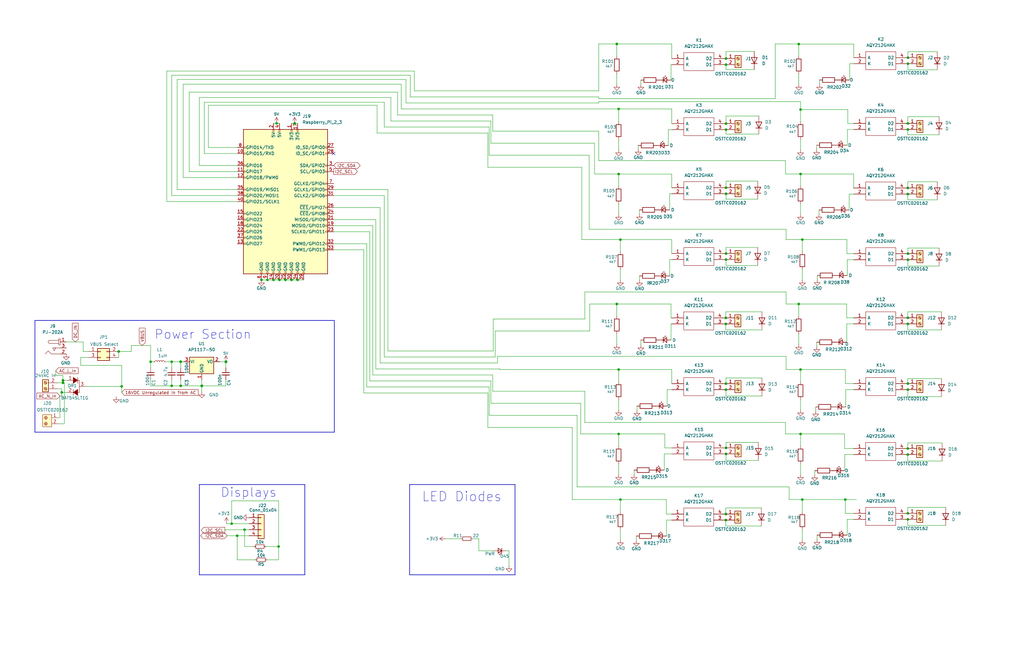
<source format=kicad_sch>
(kicad_sch (version 20211123) (generator eeschema)
  (paper "B")
  (junction (at 26.543 161.5186))
  (junction (at 382.8542 107.061))
  (junction (at 76.2 162.814))
  (junction (at 338.328 210.82))
  (junction (at 95.2766 152.6444))
  (junction (at 336.804 128.27))
  (junction (at 125.476 118.11))
  (junction (at 306.1462 189.0014))
  (junction (at 382.778 191.8208))
  (junction (at 260.096 18.542))
  (junction (at 116.6368 52.07))
  (junction (at 306.1462 107.0102))
  (junction (at 382.8034 216.6366))
  (junction (at 100.0115 226.06))
  (junction (at 260.858 73.4285))
  (junction (at 306.07 136.6774))
  (junction (at 306.1462 191.5414))
  (junction (at 117.856 118.11))
  (junction (at 382.8542 26.8732))
  (junction (at 76.177 152.6444))
  (junction (at 306.1208 164.4396))
  (junction (at 382.8034 136.652))
  (junction (at 306.1462 81.7626))
  (junction (at 382.8288 161.8742))
  (junction (at 117.475 230.632))
  (junction (at 76.177 152.654))
  (junction (at 103.1258 223.52))
  (junction (at 63.5 152.654))
  (junction (at 115.316 118.11))
  (junction (at 120.396 118.11))
  (junction (at 382.8034 81.8642))
  (junction (at 306.1462 27.2542))
  (junction (at 122.936 118.11))
  (junction (at 306.1462 79.2226))
  (junction (at 124.2314 52.0954))
  (junction (at 306.1462 52.1716))
  (junction (at 382.8034 134.112))
  (junction (at 261.62 210.82))
  (junction (at 95.2766 152.654))
  (junction (at 261.62 101.1357))
  (junction (at 260.858 45.974))
  (junction (at 306.07 134.1374))
  (junction (at 260.858 183.134))
  (junction (at 50.038 148.336))
  (junction (at 110.236 118.11))
  (junction (at 382.8542 24.3332))
  (junction (at 382.8288 164.4142))
  (junction (at 337.566 183.134))
  (junction (at 356.4663 210.82))
  (junction (at 306.1462 54.7116))
  (junction (at 306.1208 161.8996))
  (junction (at 338.328 101.092))
  (junction (at 85.0646 162.814))
  (junction (at 382.778 189.2808))
  (junction (at 382.8034 219.1766))
  (junction (at 306.1462 24.7142))
  (junction (at 382.8542 109.601))
  (junction (at 26.035 165.5826))
  (junction (at 85.09 162.814))
  (junction (at 382.8288 54.6354))
  (junction (at 337.566 155.956))
  (junction (at 260.858 155.956))
  (junction (at 337.566 73.406))
  (junction (at 260.096 128.27))
  (junction (at 95.2765 152.654))
  (junction (at 306.1462 109.5502))
  (junction (at 382.8288 52.0954))
  (junction (at 72.39 152.654))
  (junction (at 26.543 160.5026))
  (junction (at 112.776 118.11))
  (junction (at 72.39 162.814))
  (junction (at 337.566 46.228))
  (junction (at 382.8034 79.3242))
  (junction (at 124.2314 52.07))
  (junction (at 306.07 219.4814))
  (junction (at 97.663 220.98))
  (junction (at 306.07 216.9414))
  (junction (at 336.804 18.5881))
  (junction (at 51.308 163.0426))
  (no_connect (at 140.716 64.77))
  (wire (pts (xy 243.332 175.26) (xy 243.332 205.486)))
  (wire (pts (xy 397.002 139.192) (xy 382.8034 139.192)))
  (wire (pts (xy 172.974 31.75) (xy 72.39 31.75)))
  (wire (pts (xy 34.0614 150.876) (xy 37.338 150.876)))
  (polyline (pts (xy 14.732 182.372) (xy 14.7311 135.2276)) (stroke (width 0.254) (type solid)))
  (wire (pts (xy 26.035 165.5826) (xy 28.321 165.5826)))
  (wire (pts (xy 345.5924 33.7566) (xy 345.5924 35.5346)))
  (wire (pts (xy 63.5 162.814) (xy 72.39 162.814)))
  (wire (pts (xy 338.328 215.9) (xy 338.328 210.82)))
  (wire (pts (xy 331.47 155.956) (xy 337.566 155.956)))
  (wire (pts (xy 252.476 55.372) (xy 252.476 67.818)))
  (wire (pts (xy 397.256 186.944) (xy 382.778 186.944)))
  (wire (pts (xy 55.372 145.796) (xy 63.5 145.796)))
  (wire (pts (xy 154.686 163.322) (xy 206.248 163.322)))
  (wire (pts (xy 306.1462 84.074) (xy 306.1462 81.7626)))
  (wire (pts (xy 261.62 210.82) (xy 281.0161 210.82)))
  (wire (pts (xy 357.3526 54.6354) (xy 359.9688 54.6354)))
  (wire (pts (xy 260.858 73.4285) (xy 260.858 73.406)))
  (wire (pts (xy 395.224 21.844) (xy 382.8542 21.844)))
  (wire (pts (xy 395.986 56.896) (xy 382.8288 56.896)))
  (wire (pts (xy 117.475 230.632) (xy 117.475 236.22)))
  (wire (pts (xy 124.2314 52.07) (xy 124.2314 52.0954)))
  (wire (pts (xy 159.004 44.45) (xy 87.884 44.45)))
  (wire (pts (xy 248.666 139.7) (xy 248.666 128.27)))
  (wire (pts (xy 336.804 133.35) (xy 336.804 128.27)))
  (wire (pts (xy 260.096 133.35) (xy 260.096 128.27)))
  (polyline (pts (xy 217.17 242.57) (xy 172.72 242.57)) (stroke (width 0.254) (type solid)))
  (wire (pts (xy 103.1258 230.632) (xy 103.1258 223.52)))
  (wire (pts (xy 153.416 165.862) (xy 205.74 165.862)))
  (wire (pts (xy 357.0134 134.112) (xy 357.0134 128.27)))
  (wire (pts (xy 344.3478 61.2648) (xy 344.3478 63.0428)))
  (wire (pts (xy 357.2256 219.1766) (xy 357.2256 225.806)))
  (wire (pts (xy 155.956 97.79) (xy 155.956 160.782)))
  (wire (pts (xy 260.858 188.214) (xy 260.858 183.134)))
  (wire (pts (xy 336.804 18.5881) (xy 336.804 18.542)))
  (wire (pts (xy 318.0588 29.337) (xy 306.1462 29.337)))
  (wire (pts (xy 260.096 18.542) (xy 283.2862 18.542)))
  (wire (pts (xy 331.47 96.774) (xy 331.47 101.092)))
  (wire (pts (xy 117.475 230.632) (xy 112.141 230.632)))
  (wire (pts (xy 359.9434 79.3242) (xy 359.9434 73.406)))
  (wire (pts (xy 332.74 210.82) (xy 338.328 210.82)))
  (wire (pts (xy 337.566 78.486) (xy 337.566 73.406)))
  (wire (pts (xy 356.6668 171.704) (xy 356.6668 164.4142)))
  (wire (pts (xy 159.004 56.134) (xy 159.004 44.45)))
  (wire (pts (xy 51.308 154.178) (xy 34.0614 154.178)))
  (wire (pts (xy 337.566 86.106) (xy 337.566 90.424)))
  (wire (pts (xy 27.1707 178.816) (xy 24.384 178.816)))
  (wire (pts (xy 382.8034 221.742) (xy 382.8034 219.1766)))
  (wire (pts (xy 50.038 148.336) (xy 50.038 150.876)))
  (wire (pts (xy 51.308 163.0426) (xy 51.308 165.608)))
  (wire (pts (xy 260.858 78.486) (xy 260.858 73.4285)))
  (wire (pts (xy 359.9688 161.8742) (xy 356.4986 161.8742)))
  (wire (pts (xy 154.686 102.87) (xy 154.686 163.322)))
  (wire (pts (xy 167.64 38.862) (xy 79.756 38.862)))
  (wire (pts (xy 358.2924 26.8732) (xy 359.9942 26.8732)))
  (wire (pts (xy 100.0115 236.22) (xy 100.0115 226.06)))
  (wire (pts (xy 243.332 205.486) (xy 332.74 205.486)))
  (wire (pts (xy 64.77 152.654) (xy 63.5 152.654)))
  (wire (pts (xy 306.1462 76.454) (xy 306.1462 79.2226)))
  (wire (pts (xy 357.3018 109.601) (xy 359.9942 109.601)))
  (wire (pts (xy 206.248 65.532) (xy 248.412 65.532)))
  (wire (pts (xy 117.856 118.11) (xy 120.396 118.11)))
  (wire (pts (xy 153.416 105.41) (xy 153.416 165.862)))
  (wire (pts (xy 397.002 159.766) (xy 382.8288 159.766)))
  (wire (pts (xy 174.752 29.972) (xy 70.358 29.972)))
  (wire (pts (xy 280.0858 191.5414) (xy 283.2862 191.5414)))
  (wire (pts (xy 163.576 148.082) (xy 208.026 148.082)))
  (wire (pts (xy 252.476 42.926) (xy 337.566 42.926)))
  (wire (pts (xy 76.2 162.814) (xy 85.0646 162.814)))
  (wire (pts (xy 282.956 128.27) (xy 282.956 134.1374)))
  (wire (pts (xy 210.82 155.956) (xy 210.82 155.702)))
  (wire (pts (xy 336.804 31.242) (xy 336.804 35.56)))
  (wire (pts (xy 321.31 159.512) (xy 306.1208 159.512)))
  (wire (pts (xy 95.2766 152.6444) (xy 95.2766 152.654)))
  (wire (pts (xy 358.0638 88.5952) (xy 358.0638 81.8642)))
  (wire (pts (xy 319.532 112.014) (xy 306.1462 112.014)))
  (polyline (pts (xy 172.72 204.47) (xy 217.17 204.47)) (stroke (width 0.254) (type solid)))
  (wire (pts (xy 261.62 215.9) (xy 261.62 210.82)))
  (wire (pts (xy 72.39 82.55) (xy 100.076 82.55)))
  (wire (pts (xy 107.061 230.632) (xy 103.1258 230.632)))
  (wire (pts (xy 97.663 220.98) (xy 97.663 211.328)))
  (wire (pts (xy 72.39 155.194) (xy 72.39 152.654)))
  (wire (pts (xy 395.224 84.328) (xy 382.8034 84.328)))
  (wire (pts (xy 155.956 160.782) (xy 207.01 160.782)))
  (wire (pts (xy 94.8451 223.52) (xy 94.8451 223.774)))
  (wire (pts (xy 318.0588 21.717) (xy 306.1462 21.717)))
  (wire (pts (xy 283.2862 101.1357) (xy 261.62 101.1357)))
  (wire (pts (xy 70.358 85.09) (xy 100.076 85.09)))
  (wire (pts (xy 321.056 214.376) (xy 306.07 214.376)))
  (wire (pts (xy 241.3 210.82) (xy 261.62 210.82)))
  (wire (pts (xy 167.64 48.514) (xy 207.772 48.514)))
  (wire (pts (xy 337.566 161.036) (xy 337.566 155.956)))
  (wire (pts (xy 395.224 29.464) (xy 382.8542 29.464)))
  (wire (pts (xy 359.9434 219.1766) (xy 357.2256 219.1766)))
  (wire (pts (xy 283.2862 189.0014) (xy 280.3621 189.0014)))
  (polyline (pts (xy 128.524 204.47) (xy 128.524 242.57)) (stroke (width 0.254) (type solid)))
  (wire (pts (xy 320.0146 48.9458) (xy 306.1462 48.9458)))
  (wire (pts (xy 167.64 48.514) (xy 167.64 38.862)))
  (wire (pts (xy 359.9434 216.6366) (xy 356.4663 216.6366)))
  (wire (pts (xy 260.096 23.622) (xy 260.096 18.542)))
  (wire (pts (xy 158.496 155.702) (xy 210.82 155.702)))
  (wire (pts (xy 282.3718 109.5502) (xy 283.2862 109.5502)))
  (wire (pts (xy 382.8034 76.708) (xy 382.8034 79.3242)))
  (wire (pts (xy 210.82 155.956) (xy 260.858 155.956)))
  (wire (pts (xy 331.216 73.406) (xy 337.566 73.406)))
  (wire (pts (xy 252.476 38.354) (xy 252.476 18.542)))
  (wire (pts (xy 94.8451 223.52) (xy 103.1258 223.52)))
  (wire (pts (xy 35.052 144.272) (xy 35.052 148.336)))
  (wire (pts (xy 172.974 40.894) (xy 172.974 31.75)))
  (wire (pts (xy 382.8034 84.328) (xy 382.8034 81.8642)))
  (wire (pts (xy 206.248 163.322) (xy 206.248 175.26)))
  (wire (pts (xy 260.096 31.242) (xy 260.096 35.56)))
  (wire (pts (xy 162.052 53.594) (xy 206.248 53.594)))
  (wire (pts (xy 164.846 41.148) (xy 84.074 41.148)))
  (wire (pts (xy 174.752 38.354) (xy 174.752 29.972)))
  (wire (pts (xy 260.858 86.106) (xy 260.858 90.424)))
  (wire (pts (xy 321.31 167.132) (xy 306.1208 167.132)))
  (wire (pts (xy 171.196 33.528) (xy 74.676 33.528)))
  (wire (pts (xy 382.8288 49.276) (xy 382.8288 52.0954)))
  (wire (pts (xy 207.01 51.054) (xy 207.01 60.452)))
  (wire (pts (xy 332.74 205.486) (xy 332.74 210.82)))
  (wire (pts (xy 158.496 92.71) (xy 140.716 92.71)))
  (wire (pts (xy 281.051 219.4814) (xy 283.21 219.4814)))
  (wire (pts (xy 358.0638 81.8642) (xy 359.9434 81.8642)))
  (wire (pts (xy 100.0115 226.06) (xy 105.029 226.06)))
  (wire (pts (xy 84.074 69.85) (xy 100.076 69.85)))
  (polyline (pts (xy 140.97 135.2296) (xy 140.97 182.372)) (stroke (width 0.254) (type solid)))
  (wire (pts (xy 359.9942 107.061) (xy 357.1422 107.061)))
  (wire (pts (xy 157.226 95.25) (xy 140.716 95.25)))
  (wire (pts (xy 77.4446 152.6444) (xy 76.177 152.6444)))
  (polyline (pts (xy 172.72 242.57) (xy 172.72 204.47)) (stroke (width 0.254) (type solid)))
  (wire (pts (xy 331.47 128.27) (xy 336.804 128.27)))
  (wire (pts (xy 76.2 155.194) (xy 76.2 152.654)))
  (wire (pts (xy 125.476 118.11) (xy 128.016 118.11)))
  (wire (pts (xy 26.543 161.5186) (xy 26.543 160.5026)))
  (wire (pts (xy 25.273 167.1066) (xy 26.035 167.1066)))
  (wire (pts (xy 260.858 168.656) (xy 260.858 172.974)))
  (wire (pts (xy 74.676 80.01) (xy 100.076 80.01)))
  (wire (pts (xy 160.274 87.63) (xy 140.716 87.63)))
  (wire (pts (xy 92.6846 152.6444) (xy 95.2766 152.6444)))
  (wire (pts (xy 268.351 226.2124) (xy 268.351 227.9904)))
  (wire (pts (xy 97.663 211.328) (xy 117.475 211.328)))
  (wire (pts (xy 338.328 101.092) (xy 357.1422 101.092)))
  (wire (pts (xy 359.9434 134.112) (xy 357.0134 134.112)))
  (wire (pts (xy 157.226 158.242) (xy 207.772 158.242)))
  (wire (pts (xy 199.39 227.33) (xy 201.93 227.33)))
  (wire (pts (xy 395.986 49.276) (xy 382.8288 49.276)))
  (wire (pts (xy 331.216 67.818) (xy 331.216 73.406)))
  (wire (pts (xy 337.566 155.956) (xy 356.4986 155.956)))
  (wire (pts (xy 382.8034 131.572) (xy 382.8034 134.112)))
  (wire (pts (xy 357.3018 116.2304) (xy 357.3018 109.601)))
  (wire (pts (xy 26.543 161.5186) (xy 27.1707 161.5186)))
  (wire (pts (xy 174.752 38.354) (xy 252.476 38.354)))
  (wire (pts (xy 169.164 35.56) (xy 77.216 35.56)))
  (wire (pts (xy 51.308 154.178) (xy 51.308 163.0426)))
  (wire (pts (xy 72.39 152.654) (xy 76.177 152.654)))
  (wire (pts (xy 115.316 118.11) (xy 117.856 118.11)))
  (wire (pts (xy 397.002 167.386) (xy 382.8288 167.386)))
  (wire (pts (xy 244.856 170.18) (xy 244.856 183.134)))
  (wire (pts (xy 248.412 96.774) (xy 331.47 96.774)))
  (wire (pts (xy 283.2862 73.4285) (xy 260.858 73.4285)))
  (wire (pts (xy 306.1462 29.337) (xy 306.1462 27.2542)))
  (wire (pts (xy 207.01 60.452) (xy 250.698 60.452)))
  (wire (pts (xy 321.31 139.192) (xy 306.07 139.192)))
  (wire (pts (xy 157.226 95.25) (xy 157.226 158.242)))
  (wire (pts (xy 306.1462 21.717) (xy 306.1462 24.7142)))
  (wire (pts (xy 25.273 176.276) (xy 24.384 176.276)))
  (wire (pts (xy 356.4986 161.8742) (xy 356.4986 155.956)))
  (wire (pts (xy 306.07 214.376) (xy 306.07 216.9414)))
  (wire (pts (xy 397.256 194.564) (xy 382.778 194.564)))
  (wire (pts (xy 63.5 145.796) (xy 63.5 152.654)))
  (wire (pts (xy 282.3718 81.7626) (xy 283.2862 81.7626)))
  (wire (pts (xy 26.035 167.1066) (xy 26.035 165.5826)))
  (wire (pts (xy 338.328 106.172) (xy 338.328 101.092)))
  (wire (pts (xy 27.1707 161.5186) (xy 27.1707 178.816)))
  (wire (pts (xy 171.196 43.434) (xy 252.476 43.434)))
  (wire (pts (xy 122.936 52.07) (xy 124.2314 52.07)))
  (wire (pts (xy 356.4663 216.6366) (xy 356.4663 210.82)))
  (wire (pts (xy 74.676 33.528) (xy 74.676 80.01)))
  (wire (pts (xy 112.776 118.11) (xy 115.316 118.11)))
  (wire (pts (xy 382.8542 112.268) (xy 382.8542 109.601)))
  (wire (pts (xy 338.328 113.792) (xy 338.328 118.11)))
  (wire (pts (xy 252.476 43.434) (xy 252.476 42.926)))
  (wire (pts (xy 95.25 160.274) (xy 95.25 162.814)))
  (wire (pts (xy 245.364 70.612) (xy 245.364 101.092)))
  (polyline (pts (xy 128.524 242.57) (xy 84.074 242.57)) (stroke (width 0.254) (type solid)))
  (wire (pts (xy 207.772 55.372) (xy 252.476 55.372)))
  (wire (pts (xy 205.74 180.34) (xy 241.3 180.34)))
  (polyline (pts (xy 217.17 204.47) (xy 217.17 242.57)) (stroke (width 0.254) (type solid)))
  (wire (pts (xy 95.2765 152.654) (xy 95.2766 152.654)))
  (wire (pts (xy 382.8034 139.192) (xy 382.8034 136.652)))
  (wire (pts (xy 320.0146 56.5658) (xy 306.1462 56.5658)))
  (wire (pts (xy 55.372 148.336) (xy 55.372 145.796)))
  (wire (pts (xy 246.634 178.308) (xy 331.216 178.308)))
  (wire (pts (xy 359.9434 73.406) (xy 337.566 73.406)))
  (wire (pts (xy 110.236 118.11) (xy 112.776 118.11)))
  (wire (pts (xy 356.6668 164.4142) (xy 359.9688 164.4142)))
  (wire (pts (xy 205.74 165.862) (xy 205.74 180.34)))
  (wire (pts (xy 282.956 134.1374) (xy 283.21 134.1374)))
  (wire (pts (xy 209.804 150.368) (xy 331.47 150.368)))
  (wire (pts (xy 326.898 18.542) (xy 336.804 18.542)))
  (wire (pts (xy 337.566 51.308) (xy 337.566 46.228)))
  (wire (pts (xy 280.0858 198.374) (xy 280.0858 191.5414)))
  (wire (pts (xy 382.778 186.944) (xy 382.778 189.2808)))
  (wire (pts (xy 283.2862 107.0102) (xy 283.2862 101.1357)))
  (wire (pts (xy 208.026 134.62) (xy 246.634 134.62)))
  (wire (pts (xy 260.096 128.27) (xy 282.956 128.27)))
  (wire (pts (xy 282.3718 116.4336) (xy 282.3718 109.5502)))
  (wire (pts (xy 306.1462 104.394) (xy 306.1462 107.0102)))
  (wire (pts (xy 153.416 105.41) (xy 140.716 105.41)))
  (wire (pts (xy 261.62 106.172) (xy 261.62 101.1357)))
  (wire (pts (xy 35.941 163.0426) (xy 51.308 163.0426)))
  (wire (pts (xy 208.28 232.41) (xy 201.93 232.41)))
  (wire (pts (xy 163.576 80.01) (xy 163.576 148.082)))
  (wire (pts (xy 283.2862 79.2226) (xy 283.2862 73.4285)))
  (wire (pts (xy 26.543 160.5026) (xy 28.321 160.5026)))
  (wire (pts (xy 281.0161 216.9414) (xy 281.0161 210.82)))
  (wire (pts (xy 159.004 56.134) (xy 205.74 56.134)))
  (wire (pts (xy 26.035 164.0586) (xy 26.035 165.5826)))
  (wire (pts (xy 95.25 152.654) (xy 95.2765 152.654)))
  (wire (pts (xy 282.956 33.782) (xy 282.956 27.2542)))
  (wire (pts (xy 382.8288 159.766) (xy 382.8288 161.8742)))
  (wire (pts (xy 84.074 41.148) (xy 84.074 69.85)))
  (wire (pts (xy 162.052 82.55) (xy 140.716 82.55)))
  (wire (pts (xy 206.248 175.26) (xy 243.332 175.26)))
  (wire (pts (xy 344.3986 144.4244) (xy 344.3986 146.2024)))
  (wire (pts (xy 284.988 189.0014) (xy 285.0134 189.0014)))
  (wire (pts (xy 356.1253 189.2808) (xy 356.1253 183.134)))
  (wire (pts (xy 359.9942 18.5881) (xy 336.804 18.5881)))
  (wire (pts (xy 359.9688 52.0954) (xy 357.5237 52.0954)))
  (wire (pts (xy 282.956 136.6774) (xy 283.21 136.6774)))
  (wire (pts (xy 23.495 156.4386) (xy 23.495 158.4706)))
  (wire (pts (xy 321.056 221.996) (xy 306.07 221.996)))
  (wire (pts (xy 260.858 58.928) (xy 260.858 63.246)))
  (wire (pts (xy 76.177 152.654) (xy 76.2 152.654)))
  (wire (pts (xy 306.1208 167.132) (xy 306.1208 164.4396)))
  (wire (pts (xy 107.569 236.22) (xy 100.0115 236.22)))
  (wire (pts (xy 116.6368 52.07) (xy 117.856 52.07)))
  (wire (pts (xy 63.5 160.274) (xy 63.5 162.814)))
  (wire (pts (xy 246.634 123.19) (xy 331.47 123.19)))
  (wire (pts (xy 269.6718 88.5698) (xy 269.6718 90.3478)))
  (wire (pts (xy 281.8384 54.7116) (xy 283.2862 54.7116)))
  (wire (pts (xy 205.74 56.134) (xy 205.74 70.612)))
  (wire (pts (xy 282.3718 88.5698) (xy 282.3718 81.7626)))
  (wire (pts (xy 187.96 227.33) (xy 194.31 227.33)))
  (wire (pts (xy 209.804 150.368) (xy 209.804 153.162)))
  (wire (pts (xy 382.8542 29.464) (xy 382.8542 26.8732)))
  (wire (pts (xy 395.224 76.708) (xy 382.8034 76.708)))
  (wire (pts (xy 208.788 139.7) (xy 248.666 139.7)))
  (wire (pts (xy 85.09 165.354) (xy 85.09 162.814)))
  (wire (pts (xy 260.858 183.134) (xy 280.3621 183.134)))
  (wire (pts (xy 356.235 191.8208) (xy 359.918 191.8208)))
  (wire (pts (xy 27.94 144.272) (xy 35.052 144.272)))
  (wire (pts (xy 213.36 232.41) (xy 214.63 232.41)))
  (wire (pts (xy 79.756 38.862) (xy 79.756 72.39)))
  (wire (pts (xy 267.3858 198.374) (xy 267.3858 200.152)))
  (wire (pts (xy 201.93 232.41) (xy 201.93 227.33)))
  (wire (pts (xy 359.9942 24.3332) (xy 359.9942 18.5881)))
  (wire (pts (xy 77.216 35.56) (xy 77.216 74.93)))
  (wire (pts (xy 206.248 53.594) (xy 206.248 65.532)))
  (wire (pts (xy 306.1462 194.31) (xy 306.1462 191.5414)))
  (wire (pts (xy 331.216 183.134) (xy 337.566 183.134)))
  (wire (pts (xy 160.274 153.162) (xy 209.804 153.162)))
  (wire (pts (xy 34.0614 150.876) (xy 34.0614 154.178)))
  (wire (pts (xy 319.532 76.454) (xy 306.1462 76.454)))
  (wire (pts (xy 359.918 189.2808) (xy 356.1253 189.2808)))
  (wire (pts (xy 306.07 139.192) (xy 306.07 136.6774)))
  (wire (pts (xy 395.986 104.648) (xy 382.8542 104.648)))
  (wire (pts (xy 270.256 143.51) (xy 270.256 145.542)))
  (wire (pts (xy 282.956 27.2542) (xy 283.2862 27.2542)))
  (wire (pts (xy 86.106 43.18) (xy 86.106 64.77)))
  (wire (pts (xy 260.096 140.97) (xy 260.096 145.288)))
  (wire (pts (xy 120.396 118.11) (xy 122.936 118.11)))
  (wire (pts (xy 160.274 87.63) (xy 160.274 153.162)))
  (wire (pts (xy 382.8288 167.386) (xy 382.8288 164.4142)))
  (wire (pts (xy 337.566 46.228) (xy 357.5237 46.228)))
  (wire (pts (xy 281.051 226.2124) (xy 281.051 219.4814)))
  (wire (pts (xy 86.106 64.77) (xy 100.076 64.77)))
  (wire (pts (xy 382.8542 21.844) (xy 382.8542 24.3332)))
  (wire (pts (xy 97.663 220.98) (xy 105.029 220.98)))
  (wire (pts (xy 306.1208 159.512) (xy 306.1208 161.8996)))
  (wire (pts (xy 208.788 139.7) (xy 208.788 150.622)))
  (wire (pts (xy 169.164 45.974) (xy 169.164 35.56)))
  (wire (pts (xy 261.62 113.792) (xy 261.62 118.11)))
  (wire (pts (xy 95.513 220.98) (xy 97.663 220.98)))
  (wire (pts (xy 382.8034 214.122) (xy 382.8034 216.6366)))
  (wire (pts (xy 338.328 210.82) (xy 356.4663 210.82)))
  (wire (pts (xy 283.2608 161.8996) (xy 283.2608 155.956)))
  (wire (pts (xy 24.257 164.0586) (xy 26.035 164.0586)))
  (wire (pts (xy 357.3526 61.2648) (xy 357.3526 54.6354)))
  (wire (pts (xy 337.566 195.834) (xy 337.566 200.152)))
  (wire (pts (xy 260.858 195.834) (xy 260.858 200.152)))
  (wire (pts (xy 63.5 152.654) (xy 63.5 155.194)))
  (polyline (pts (xy 84.074 204.47) (xy 128.524 204.47)) (stroke (width 0.254) (type solid)))
  (wire (pts (xy 115.316 52.07) (xy 116.6368 52.07)))
  (wire (pts (xy 117.475 211.328) (xy 117.475 230.632)))
  (wire (pts (xy 357.0986 136.652) (xy 359.9434 136.652)))
  (wire (pts (xy 344.6018 116.2304) (xy 344.6018 118.0084)))
  (wire (pts (xy 356.4663 210.82) (xy 361.188 210.82)))
  (wire (pts (xy 261.62 223.52) (xy 261.62 227.838)))
  (wire (pts (xy 398.78 221.742) (xy 382.8034 221.742)))
  (polyline (pts (xy 14.732 135.2296) (xy 140.97 135.2296)) (stroke (width 0.254) (type solid)))
  (wire (pts (xy 358.2924 33.7566) (xy 358.2924 26.8732)))
  (wire (pts (xy 162.052 82.55) (xy 162.052 150.622)))
  (wire (pts (xy 382.8288 56.896) (xy 382.8288 54.6354)))
  (wire (pts (xy 306.1462 186.69) (xy 306.1462 189.0014)))
  (wire (pts (xy 169.164 45.974) (xy 260.858 45.974)))
  (wire (pts (xy 306.1462 56.5658) (xy 306.1462 54.7116)))
  (wire (pts (xy 76.2 160.274) (xy 76.2 162.814)))
  (wire (pts (xy 281.305 164.4396) (xy 283.2608 164.4396)))
  (wire (pts (xy 336.804 140.97) (xy 336.804 145.288)))
  (wire (pts (xy 283.2862 24.7142) (xy 283.2862 18.542)))
  (wire (pts (xy 280.3621 189.0014) (xy 280.3621 183.134)))
  (wire (pts (xy 382.778 194.564) (xy 382.778 191.8208)))
  (wire (pts (xy 281.305 171.3738) (xy 281.305 164.4396)))
  (wire (pts (xy 268.605 171.3738) (xy 268.605 173.1518)))
  (wire (pts (xy 205.74 70.612) (xy 245.364 70.612)))
  (wire (pts (xy 260.858 45.974) (xy 283.2862 45.974)))
  (wire (pts (xy 397.002 131.572) (xy 382.8034 131.572)))
  (wire (pts (xy 155.956 97.79) (xy 140.716 97.79)))
  (wire (pts (xy 319.786 194.31) (xy 306.1462 194.31)))
  (wire (pts (xy 124.2314 52.07) (xy 125.476 52.07)))
  (wire (pts (xy 246.634 134.62) (xy 246.634 123.19)))
  (wire (pts (xy 77.216 74.93) (xy 100.076 74.93)))
  (wire (pts (xy 337.566 58.928) (xy 337.566 63.246)))
  (wire (pts (xy 117.475 236.22) (xy 112.649 236.22)))
  (wire (pts (xy 337.566 183.134) (xy 356.1253 183.134)))
  (wire (pts (xy 70.358 29.972) (xy 70.358 85.09)))
  (wire (pts (xy 250.698 60.452) (xy 250.698 73.406)))
  (wire (pts (xy 281.8384 61.3918) (xy 281.8384 54.7116)))
  (wire (pts (xy 214.63 232.41) (xy 214.63 238.76)))
  (wire (pts (xy 69.85 152.654) (xy 72.39 152.654)))
  (wire (pts (xy 85.0646 160.2644) (xy 85.0646 162.814)))
  (wire (pts (xy 72.39 31.75) (xy 72.39 82.55)))
  (wire (pts (xy 95.25 162.814) (xy 85.09 162.814)))
  (wire (pts (xy 76.177 152.6444) (xy 76.177 152.654)))
  (wire (pts (xy 282.956 143.51) (xy 282.956 136.6774)))
  (wire (pts (xy 87.884 44.45) (xy 87.884 62.23)))
  (wire (pts (xy 356.235 198.6026) (xy 356.235 191.8208)))
  (wire (pts (xy 35.052 148.336) (xy 37.338 148.336)))
  (wire (pts (xy 319.786 186.69) (xy 306.1462 186.69)))
  (wire (pts (xy 321.31 131.572) (xy 306.07 131.572)))
  (wire (pts (xy 337.566 168.656) (xy 337.566 172.974)))
  (wire (pts (xy 164.846 51.054) (xy 164.846 41.148)))
  (wire (pts (xy 269.6718 116.4336) (xy 269.6718 118.2116)))
  (wire (pts (xy 72.39 162.814) (xy 76.2 162.814)))
  (wire (pts (xy 306.1462 48.9458) (xy 306.1462 52.1716)))
  (wire (pts (xy 306.07 221.996) (xy 306.07 219.4814)))
  (wire (pts (xy 162.052 43.18) (xy 86.106 43.18)))
  (polyline (pts (xy 84.074 242.57) (xy 84.074 204.47)) (stroke (width 0.254) (type solid)))
  (wire (pts (xy 357.5237 52.0954) (xy 357.5237 46.228)))
  (wire (pts (xy 344.5256 225.806) (xy 344.5256 227.584)))
  (wire (pts (xy 306.07 131.572) (xy 306.07 134.1374)))
  (wire (pts (xy 208.026 148.082) (xy 208.026 134.62)))
  (wire (pts (xy 245.364 101.092) (xy 261.62 101.092)))
  (wire (pts (xy 207.772 48.514) (xy 207.772 55.372)))
  (wire (pts (xy 207.01 170.18) (xy 244.856 170.18)))
  (wire (pts (xy 270.256 33.782) (xy 270.256 35.56)))
  (wire (pts (xy 319.532 84.074) (xy 306.1462 84.074)))
  (wire (pts (xy 85.0646 162.814) (xy 85.09 162.814)))
  (wire (pts (xy 164.846 51.054) (xy 207.01 51.054)))
  (wire (pts (xy 162.052 150.622) (xy 208.788 150.622)))
  (wire (pts (xy 241.3 180.34) (xy 241.3 210.82)))
  (wire (pts (xy 24.257 161.5186) (xy 26.543 161.5186)))
  (wire (pts (xy 163.576 80.01) (xy 140.716 80.01)))
  (wire (pts (xy 103.1258 223.52) (xy 105.029 223.52)))
  (wire (pts (xy 326.898 41.656) (xy 326.898 18.542)))
  (wire (pts (xy 23.495 158.4706) (xy 26.543 158.4706)))
  (wire (pts (xy 252.476 41.656) (xy 326.898 41.656)))
  (wire (pts (xy 252.476 40.894) (xy 252.476 41.656)))
  (wire (pts (xy 357.0478 61.2648) (xy 357.3526 61.2648)))
  (wire (pts (xy 337.566 188.214) (xy 337.566 183.134)))
  (wire (pts (xy 283.21 216.9414) (xy 281.0161 216.9414)))
  (wire (pts (xy 207.772 158.242) (xy 207.772 165.1)))
  (wire (pts (xy 79.756 72.39) (xy 100.076 72.39)))
  (wire (pts (xy 244.856 183.134) (xy 260.858 183.134)))
  (wire (pts (xy 207.01 160.782) (xy 207.01 170.18)))
  (wire (pts (xy 336.804 128.27) (xy 357.0134 128.27)))
  (wire (pts (xy 87.884 62.23) (xy 100.076 62.23)))
  (wire (pts (xy 343.535 198.6026) (xy 343.535 200.3806)))
  (wire (pts (xy 357.1422 107.061) (xy 357.1422 101.092)))
  (wire (pts (xy 25.273 167.1066) (xy 25.273 176.276)))
  (wire (pts (xy 306.1462 112.014) (xy 306.1462 109.5502)))
  (wire (pts (xy 331.47 101.092) (xy 338.328 101.092)))
  (wire (pts (xy 207.772 165.1) (xy 246.634 165.1)))
  (wire (pts (xy 248.666 128.27) (xy 260.096 128.27)))
  (wire (pts (xy 398.78 214.122) (xy 382.8034 214.122)))
  (wire (pts (xy 382.8542 104.648) (xy 382.8542 107.061)))
  (wire (pts (xy 337.566 42.926) (xy 337.566 46.228)))
  (wire (pts (xy 154.686 102.87) (xy 140.716 102.87)))
  (wire (pts (xy 252.476 67.818) (xy 331.216 67.818)))
  (wire (pts (xy 172.974 40.894) (xy 252.476 40.894)))
  (wire (pts (xy 357.0986 144.4244) (xy 357.0986 136.652)))
  (wire (pts (xy 331.216 178.308) (xy 331.216 183.134)))
  (wire (pts (xy 246.634 165.1) (xy 246.634 178.308)))
  (wire (pts (xy 260.858 45.974) (xy 260.858 51.308)))
  (wire (pts (xy 50.038 148.336) (xy 55.372 148.336)))
  (wire (pts (xy 260.858 161.036) (xy 260.858 155.956)))
  (wire (pts (xy 158.496 92.71) (xy 158.496 155.702)))
  (wire (pts (xy 338.328 223.52) (xy 338.328 227.838)))
  (wire (pts (xy 95.25 155.194) (xy 95.25 152.654)))
  (wire (pts (xy 171.196 43.434) (xy 171.196 33.528)))
  (wire (pts (xy 252.476 18.542) (xy 260.096 18.542)))
  (wire (pts (xy 343.9668 171.704) (xy 343.9668 173.482)))
  (wire (pts (xy 269.1384 61.3918) (xy 269.1384 62.9158)))
  (wire (pts (xy 395.986 112.268) (xy 382.8542 112.268)))
  (wire (pts (xy 72.39 160.274) (xy 72.39 162.814)))
  (wire (pts (xy 319.532 104.394) (xy 306.1462 104.394)))
  (wire (pts (xy 331.47 150.368) (xy 331.47 155.956)))
  (polyline (pts (xy 140.97 182.372) (xy 14.732 182.372)) (stroke (width 0.254) (type solid)))
  (wire (pts (xy 250.698 73.406) (xy 260.858 73.406)))
  (wire (pts (xy 122.936 118.11) (xy 125.476 118.11)))
  (wire (pts (xy 95.758 226.06) (xy 100.0115 226.06)))
  (wire (pts (xy 283.2862 52.1716) (xy 283.2862 45.974)))
  (wire (pts (xy 162.052 53.594) (xy 162.052 43.18)))
  (wire (pts (xy 26.543 158.4706) (xy 26.543 160.5026)))
  (wire (pts (xy 345.3638 88.5952) (xy 345.3638 90.3732)))
  (wire (pts (xy 283.2608 155.956) (xy 260.858 155.956)))
  (wire (pts (xy 336.804 23.622) (xy 336.804 18.5881)))
  (wire (pts (xy 331.47 123.19) (xy 331.47 128.27)))
  (wire (pts (xy 248.412 65.532) (xy 248.412 96.774)))
  (wire (pts (xy 261.62 101.1357) (xy 261.62 101.092)))
  (text "Power Section" (at 65.024 143.51 0) (effects (font (size 3.81 3.81)) (justify left bottom)))
  (text "Displays" (at 92.964 210.185 0) (effects (font (size 3.81 3.81)) (justify left bottom)))
  (text "LED Diodes" (at 177.8 212.09 0) (effects (font (size 3.9878 3.9878)) (justify left bottom)))
  (global_label "16VDC Unregulated In from AC" (shape input) (at 51.308 165.608 0) (property "Intersheet References" "${INTERSHEET_REFS}" (effects hide)))
  (global_label "I2C_SDA" (shape bidirectional) (at 140.716 69.85 0) (property "Intersheet References" "${INTERSHEET_REFS}" (effects hide)))
  (global_label "I2C_SCL" (shape output) (at 94.8451 223.774 180) (property "Intersheet References" "${INTERSHEET_REFS}" (effects hide)))
  (global_label "DC_IN" (shape input) (at 31.75 144.272 90) (property "Intersheet References" "${INTERSHEET_REFS}" (effects hide)))
  (global_label "AC_L_In" (shape input) (at 23.495 156.4386 0) (property "Intersheet References" "${INTERSHEET_REFS}" (effects hide)))
  (global_label "I2C_SCL" (shape output) (at 140.716 72.39 0) (property "Intersheet References" "${INTERSHEET_REFS}" (effects hide)))
  (global_label "I2C_SDA" (shape bidirectional) (at 95.758 226.06 180) (property "Intersheet References" "${INTERSHEET_REFS}" (effects hide)))
  (global_label "VBUS" (shape input) (at 59.944 145.796 90) (property "Intersheet References" "${INTERSHEET_REFS}" (effects hide)))
  (global_label "AC_N_In" (shape input) (at 25.273 167.1066 180) (property "Intersheet References" "${INTERSHEET_REFS}" (effects hide)))
  (symbol (lib_id "Connector:OSTTC020162") (at 311.2262 79.2226 0) (unit 1)
    (property "Reference" "J5" (at 314.3741 79.2225 0) (effects (justify left)))
    (property "Value" "OSTTC020162" (at 301.5234 85.6234 0) (effects (justify left)))
    (property "Footprint" "digikey-footprints:Term_Block_1x2_P5mm" (effects hide))
  )
  (symbol (lib_id "Device:D") (at 319.786 190.5 90) (unit 1)
    (property "Reference" "D15" (at 322.3514 189.2299 90) (effects (justify right)))
    (property "Value" "D" (at 322.3514 191.7699 90) (effects (justify right)))
    (property "Footprint" "Diode_SMD:D_0805_2012Metric" (effects hide))
  )
  (symbol (lib_id "Device:LED_Small") (at 354.5078 61.2648 0) (unit 1)
    (property "Reference" "D34" (at 358.0638 63.5508 0) (effects (justify right)))
    (property "Value" "D" (at 359.0798 61.2648 0) (effects (justify right)))
    (property "Footprint" "LED_SMD:LED_0805_2012Metric" (effects hide))
  )
  (symbol (lib_id "power:GND") (at 336.804 145.288 0) (unit 1)
    (property "Reference" "#PWR0133" (effects hide))
    (property "Value" "GND" (at 336.804 148.844 0))
  )
  (symbol (lib_id "Device:R") (at 260.858 164.846 0) (unit 1)
    (property "Reference" "R113" (at 254.762 163.322 0) (effects (justify left)))
    (property "Value" "4k7" (at 256.032 165.354 0) (effects (font (size 1 1)) (justify left)))
    (property "Footprint" "Resistor_SMD:R_0805_2012Metric" (effects hide))
  )
  (symbol (lib_id "Device:R") (at 272.161 226.2124 90) (unit 1)
    (property "Reference" "R217" (at 275.463 229.2604 90))
    (property "Value" "R" (at 272.161 229.2604 90))
    (property "Footprint" "Resistor_SMD:R_0805_2012Metric" (effects hide))
  )
  (symbol (lib_id "Device:R") (at 273.4818 116.4336 90) (unit 1)
    (property "Reference" "R207" (at 276.2758 119.4816 90))
    (property "Value" "R" (at 273.4818 119.4816 90))
    (property "Footprint" "Resistor_SMD:R_0805_2012Metric" (effects hide))
  )
  (symbol (lib_id "Connector_Generic:Conn_01x04") (at 110.109 220.98 0) (unit 1)
    (property "Reference" "J22" (at 108.839 213.36 0) (effects (justify left)))
    (property "Value" "Conn_01x04" (at 105.029 215.265 0) (effects (justify left)))
    (property "Footprint" "Connector_PinSocket_2.54mm:PinSocket_1x04_P2.54mm_Vertical" (effects hide))
  )
  (symbol (lib_id "Device:R") (at 260.858 55.118 0) (unit 1)
    (property "Reference" "R103" (at 254.762 53.594 0) (effects (justify left)))
    (property "Value" "4k7" (at 256.032 55.626 0) (effects (font (size 1 1)) (justify left)))
    (property "Footprint" "Resistor_SMD:R_0805_2012Metric" (effects hide))
  )
  (symbol (lib_id "Device:LED_Small") (at 354.7618 116.2304 0) (unit 1)
    (property "Reference" "D38" (at 358.3178 119.0244 0) (effects (justify right)))
    (property "Value" "D" (at 359.3338 116.2304 0) (effects (justify right)))
    (property "Footprint" "LED_SMD:LED_0805_2012Metric" (effects hide))
  )
  (symbol (lib_id "power:GND") (at 260.096 145.288 0) (unit 1)
    (property "Reference" "#PWR0121" (effects hide))
    (property "Value" "GND" (at 260.096 148.844 0))
  )
  (symbol (lib_id "Device:LED_Small") (at 355.7524 33.7566 0) (unit 1)
    (property "Reference" "D32" (at 358.8004 36.2966 0) (effects (justify right)))
    (property "Value" "D" (at 359.8164 33.7566 0) (effects (justify right)))
    (property "Footprint" "LED_SMD:LED_0805_2012Metric" (effects hide))
  )
  (symbol (lib_id "Regulator_Linear:AP1117-50") (at 85.0646 152.6444 0) (unit 1)
    (property "Reference" "U1" (at 85.0646 145.0244 0))
    (property "Value" "AP1117-50" (at 85.0646 147.5644 0))
    (property "Footprint" "Package_TO_SOT_SMD:SOT-223-3_TabPin2" (effects hide))
    (property "Datasheet" "http://www.diodes.com/datasheets/AP1117.pdf" (effects hide))
  )
  (symbol (lib_id "Device:LED_Small") (at 210.82 232.41 180) (unit 1)
    (property "Reference" "D45" (at 210.82 234.696 0) (effects (justify right)))
    (property "Value" "PWR" (at 204.47 233.68 0) (effects (justify right)))
    (property "Footprint" "LED_SMD:LED_0805_2012Metric" (effects hide))
  )
  (symbol (lib_id "Device:LED_Small") (at 353.695 198.6026 0) (unit 1)
    (property "Reference" "D316" (at 358.267 200.6346 0) (effects (justify right)))
    (property "Value" "D" (at 357.759 198.6026 0) (effects (justify right)))
    (property "Footprint" "LED_SMD:LED_0805_2012Metric" (effects hide))
  )
  (symbol (lib_id "Device:R") (at 271.1958 198.374 90) (unit 1)
    (property "Reference" "R215" (at 274.2438 201.422 90))
    (property "Value" "R" (at 271.1958 201.422 90))
    (property "Footprint" "Resistor_SMD:R_0805_2012Metric" (effects hide))
  )
  (symbol (lib_id "Device:D") (at 321.31 135.382 90) (unit 1)
    (property "Reference" "D11" (at 323.8754 134.1119 90) (effects (justify right)))
    (property "Value" "D" (at 323.8754 136.6519 90) (effects (justify right)))
    (property "Footprint" "Diode_SMD:D_0805_2012Metric" (effects hide))
  )
  (symbol (lib_id "Device:R") (at 338.328 219.71 0) (unit 1)
    (property "Reference" "R118" (at 332.232 218.44 0) (effects (justify left)))
    (property "Value" "4k7" (at 333.502 220.218 0) (effects (font (size 1 1)) (justify left)))
    (property "Footprint" "Resistor_SMD:R_0805_2012Metric" (effects hide))
  )
  (symbol (lib_id "Panasonic-SSR:AQY212GHAX") (at 283.2608 161.8996 0) (unit 1)
    (property "Reference" "K13" (at 294.6908 154.1272 0))
    (property "Value" "AQY212GHAX" (at 294.6908 156.6672 0))
    (property "Footprint" "SOP254P962X315-4N" (effects hide))
    (property "Datasheet" "https://www.digikey.in/product-detail/en/panasonic-electric-works/AQY212GHAX/255-6063-1-ND/8549338" (effects hide))
    (property "Description" "PANASONIC - AQY212GHAX - MOSFET Relay, SPST-NO, 1.1 A, Gull Wing, 60 V, 0.7 ohm, 5 kV" (effects hide))
    (property "Height" "3.15" (effects hide))
    (property "Mouser Part Number" "667-AQY212GHAX" (effects hide))
    (property "Mouser Price/Stock" "https://www.mouser.co.uk/ProductDetail/Panasonic-Industrial-Devices/AQY212GHAX?qs=wKtUvITRiamLwz7hthc4Hg%3D%3D" (effects hide))
    (property "Manufacturer_Name" "Panasonic" (effects hide))
    (property "Manufacturer_Part_Number" "AQY212GHAX" (effects hide))
  )
  (symbol (lib_id "power:GND") (at 260.858 63.246 0) (unit 1)
    (property "Reference" "#PWR0109" (effects hide))
    (property "Value" "GND" (at 260.858 66.802 0))
  )
  (symbol (lib_id "Connector:OSTTC020162") (at 387.8834 216.6366 0) (unit 1)
    (property "Reference" "J18" (at 391.0313 216.6365 0) (effects (justify left)))
    (property "Value" "OSTTC020162" (at 378.1806 223.0374 0) (effects (justify left)))
    (property "Footprint" "digikey-footprints:Term_Block_1x2_P5mm" (effects hide))
  )
  (symbol (lib_id "Device:LED_Small") (at 279.8318 116.4336 0) (unit 1)
    (property "Reference" "D37" (at 282.3718 118.7196 0) (effects (justify right)))
    (property "Value" "D" (at 284.1498 116.4336 0) (effects (justify right)))
    (property "Footprint" "LED_SMD:LED_0805_2012Metric" (effects hide))
  )
  (symbol (lib_id "Device:R") (at 349.1738 88.5952 90) (unit 1)
    (property "Reference" "R206" (at 352.2218 91.6432 90))
    (property "Value" "R" (at 349.1738 91.6432 90))
    (property "Footprint" "Resistor_SMD:R_0805_2012Metric" (effects hide))
  )
  (symbol (lib_id "Device:R") (at 337.566 55.118 0) (unit 1)
    (property "Reference" "R104" (at 331.47 53.34 0) (effects (justify left)))
    (property "Value" "4k7" (at 332.74 55.626 0) (effects (font (size 1 1)) (justify left)))
    (property "Footprint" "Resistor_SMD:R_0805_2012Metric" (effects hide))
  )
  (symbol (lib_id "power:GND") (at 268.605 173.1518 0) (unit 1)
    (property "Reference" "#PWR0137" (effects hide))
    (property "Value" "GND" (at 268.605 176.7078 0))
  )
  (symbol (lib_id "Device:R") (at 260.096 137.16 0) (unit 1)
    (property "Reference" "R111" (at 253.492 135.636 0) (effects (justify left)))
    (property "Value" "4k7" (at 255.27 137.668 0) (effects (font (size 1 1)) (justify left)))
    (property "Footprint" "Resistor_SMD:R_0805_2012Metric" (effects hide))
  )
  (symbol (lib_id "Device:LED_Small") (at 355.5238 88.5952 0) (unit 1)
    (property "Reference" "D36" (at 358.5718 91.1352 0) (effects (justify right)))
    (property "Value" "D" (at 359.8418 88.5952 0) (effects (justify right)))
    (property "Footprint" "LED_SMD:LED_0805_2012Metric" (effects hide))
  )
  (symbol (lib_id "Device:LED_Small") (at 279.8318 88.5698 0) (unit 1)
    (property "Reference" "D35" (at 283.6418 91.3638 0) (effects (justify right)))
    (property "Value" "D" (at 284.4038 88.5698 0) (effects (justify right)))
    (property "Footprint" "LED_SMD:LED_0805_2012Metric" (effects hide))
  )
  (symbol (lib_id "Panasonic-SSR:AQY212GHAX") (at 283.2862 52.1716 0) (unit 1)
    (property "Reference" "K3" (at 294.7162 44.3992 0))
    (property "Value" "AQY212GHAX" (at 294.7162 46.9392 0))
    (property "Footprint" "SOP254P962X315-4N" (effects hide))
    (property "Datasheet" "https://www.digikey.in/product-detail/en/panasonic-electric-works/AQY212GHAX/255-6063-1-ND/8549338" (effects hide))
    (property "Description" "PANASONIC - AQY212GHAX - MOSFET Relay, SPST-NO, 1.1 A, Gull Wing, 60 V, 0.7 ohm, 5 kV" (effects hide))
    (property "Height" "3.15" (effects hide))
    (property "Mouser Part Number" "667-AQY212GHAX" (effects hide))
    (property "Mouser Price/Stock" "https://www.mouser.co.uk/ProductDetail/Panasonic-Industrial-Devices/AQY212GHAX?qs=wKtUvITRiamLwz7hthc4Hg%3D%3D" (effects hide))
    (property "Manufacturer_Name" "Panasonic" (effects hide))
    (property "Manufacturer_Part_Number" "AQY212GHAX" (effects hide))
  )
  (symbol (lib_id "Device:D") (at 321.31 163.322 90) (unit 1)
    (property "Reference" "D13" (at 323.8754 162.0519 90) (effects (justify right)))
    (property "Value" "D" (at 323.8754 164.5919 90) (effects (justify right)))
    (property "Footprint" "Diode_SMD:D_0805_2012Metric" (effects hide))
  )
  (symbol (lib_id "Panasonic-SSR:AQY212GHAX") (at 283.21 134.1374 0) (unit 1)
    (property "Reference" "K11" (at 294.64 126.365 0))
    (property "Value" "AQY212GHAX" (at 294.64 128.905 0))
    (property "Footprint" "SOP254P962X315-4N" (effects hide))
    (property "Datasheet" "https://www.digikey.in/product-detail/en/panasonic-electric-works/AQY212GHAX/255-6063-1-ND/8549338" (effects hide))
    (property "Description" "PANASONIC - AQY212GHAX - MOSFET Relay, SPST-NO, 1.1 A, Gull Wing, 60 V, 0.7 ohm, 5 kV" (effects hide))
    (property "Height" "3.15" (effects hide))
    (property "Mouser Part Number" "667-AQY212GHAX" (effects hide))
    (property "Mouser Price/Stock" "https://www.mouser.co.uk/ProductDetail/Panasonic-Industrial-Devices/AQY212GHAX?qs=wKtUvITRiamLwz7hthc4Hg%3D%3D" (effects hide))
    (property "Manufacturer_Name" "Panasonic" (effects hide))
    (property "Manufacturer_Part_Number" "AQY212GHAX" (effects hide))
  )
  (symbol (lib_id "power:GND") (at 269.1384 62.9158 0) (unit 1)
    (property "Reference" "#PWR0107" (effects hide))
    (property "Value" "GND" (at 269.1384 66.4718 0))
  )
  (symbol (lib_id "Device:C_Small") (at 76.2 157.734 0) (unit 1)
    (property "Reference" "C3" (at 78.74 162.814 90) (effects (justify left)))
    (property "Value" "100n" (at 78.74 157.734 90) (effects (justify left)))
    (property "Footprint" "Capacitor_SMD:C_1206_3216Metric" (effects hide))
  )
  (symbol (lib_id "Device:R") (at 274.066 143.51 90) (unit 1)
    (property "Reference" "R211" (at 277.368 146.558 90))
    (property "Value" "R" (at 274.066 146.558 90))
    (property "Footprint" "Resistor_SMD:R_0805_2012Metric" (effects hide))
  )
  (symbol (lib_id "Connector:OSTTC020162") (at 19.177 164.0586 180) (unit 1)
    (property "Reference" "J10" (at 18.923 156.6926 0))
    (property "Value" "24VAC In" (at 19.177 158.4706 0))
    (property "Footprint" "digikey-footprints:Term_Block_1x2_P5mm" (effects hide))
  )
  (symbol (lib_id "Panasonic-SSR:AQY212GHAX") (at 283.2862 79.2226 0) (unit 1)
    (property "Reference" "K5" (at 294.7162 71.4502 0))
    (property "Value" "AQY212GHAX" (at 294.7162 73.9902 0))
    (property "Footprint" "SOP254P962X315-4N" (effects hide))
    (property "Datasheet" "https://www.digikey.in/product-detail/en/panasonic-electric-works/AQY212GHAX/255-6063-1-ND/8549338" (effects hide))
    (property "Description" "PANASONIC - AQY212GHAX - MOSFET Relay, SPST-NO, 1.1 A, Gull Wing, 60 V, 0.7 ohm, 5 kV" (effects hide))
    (property "Height" "3.15" (effects hide))
    (property "Mouser Part Number" "667-AQY212GHAX" (effects hide))
    (property "Mouser Price/Stock" "https://www.mouser.co.uk/ProductDetail/Panasonic-Industrial-Devices/AQY212GHAX?qs=wKtUvITRiamLwz7hthc4Hg%3D%3D" (effects hide))
    (property "Manufacturer_Name" "Panasonic" (effects hide))
    (property "Manufacturer_Part_Number" "AQY212GHAX" (effects hide))
  )
  (symbol (lib_id "power:GND") (at 49.022 167.386 0) (unit 1)
    (property "Reference" "#PWR0103" (effects hide))
    (property "Value" "GND" (at 52.324 169.164 0))
  )
  (symbol (lib_id "Device:D") (at 395.224 80.518 90) (unit 1)
    (property "Reference" "D6" (at 397.7894 79.2479 90) (effects (justify right)))
    (property "Value" "D" (at 397.7894 81.7879 90) (effects (justify right)))
    (property "Footprint" "Diode_SMD:D_0805_2012Metric" (effects hide))
  )
  (symbol (lib_id "power:GND") (at 85.09 165.354 0) (unit 1)
    (property "Reference" "#PWR0151" (effects hide))
    (property "Value" "GND" (at 90.17 166.624 0))
  )
  (symbol (lib_id "Device:R") (at 260.096 27.432 0) (unit 1)
    (property "Reference" "R101" (at 253.746 25.908 0) (effects (justify left)))
    (property "Value" "4k7" (at 255.27 27.94 0) (effects (font (size 1 1)) (justify left)))
    (property "Footprint" "Resistor_SMD:R_0805_2012Metric" (effects hide))
  )
  (symbol (lib_id "power:GND") (at 338.328 118.11 0) (unit 1)
    (property "Reference" "#PWR0125" (effects hide))
    (property "Value" "GND" (at 338.328 121.666 0))
  )
  (symbol (lib_id "Device:R") (at 261.62 219.71 0) (unit 1)
    (property "Reference" "R117" (at 255.524 218.186 0) (effects (justify left)))
    (property "Value" "4k7" (at 256.794 220.218 0) (effects (font (size 1 1)) (justify left)))
    (property "Footprint" "Resistor_SMD:R_0805_2012Metric" (effects hide))
  )
  (symbol (lib_id "power:GND") (at 344.3478 63.0428 0) (unit 1)
    (property "Reference" "#PWR0118" (effects hide))
    (property "Value" "GND" (at 344.3478 66.5988 0))
  )
  (symbol (lib_id "power:GND") (at 268.351 227.9904 0) (unit 1)
    (property "Reference" "#PWR0135" (effects hide))
    (property "Value" "GND" (at 268.351 231.5464 0))
  )
  (symbol (lib_id "power:GND") (at 343.9668 173.482 0) (unit 1)
    (property "Reference" "#PWR0131" (effects hide))
    (property "Value" "GND" (at 343.9668 177.038 0))
  )
  (symbol (lib_id "dk_Barrel-Power-Connectors:PJ-202A") (at 25.4 144.272 0) (unit 1)
    (property "Reference" "J9" (at 22.225 137.668 0))
    (property "Value" "PJ-202A" (at 22.225 140.208 0))
    (property "Footprint" "digikey-footprints:Barrel_Jack_5.5mmODx2.1mmID_PJ-202A" (effects hide))
    (property "Datasheet" "https://www.cui.com/product/resource/digikeypdf/pj-202a.pdf" (effects hide))
    (property "Digi-Key_PN" "CP-202A-ND" (effects hide))
    (property "MPN" "PJ-202A" (effects hide))
    (property "Category" "Connectors, Interconnects" (effects hide))
    (property "Family" "Barrel - Power Connectors" (effects hide))
    (property "DK_Datasheet_Link" "https://www.cui.com/product/resource/digikeypdf/pj-202a.pdf" (effects hide))
    (property "DK_Detail_Page" "/product-detail/en/cui-inc/PJ-202A/CP-202A-ND/252007" (effects hide))
    (property "Description" "CONN PWR JACK 2X5.5MM KINKED PIN" (effects hide))
    (property "Manufacturer" "CUI Inc." (effects hide))
    (property "Status" "Active" (effects hide))
  )
  (symbol (lib_id "Connector:Raspberry_Pi_2_3") (at 120.396 85.09 0) (unit 1)
    (property "Reference" "J19" (at 127.4954 49.022 0) (effects (justify left)))
    (property "Value" "Raspberry_Pi_2_3" (at 127.4954 51.562 0) (effects (justify left)))
    (property "Footprint" "Connector_PinHeader_2.54mm:PinHeader_2x20_P2.54mm_Vertical" (effects hide))
    (property "Datasheet" "https://www.raspberrypi.org/documentation/hardware/raspberrypi/schematics/rpi_SCH_3bplus_1p0_reduced.pdf" (effects hide))
  )
  (symbol (lib_id "Panasonic-SSR:AQY212GHAX") (at 359.9688 52.0954 0) (unit 1)
    (property "Reference" "K4" (at 371.3988 44.323 0))
    (property "Value" "AQY212GHAX" (at 371.3988 46.863 0))
    (property "Footprint" "SOP254P962X315-4N" (effects hide))
    (property "Datasheet" "https://www.digikey.in/product-detail/en/panasonic-electric-works/AQY212GHAX/255-6063-1-ND/8549338" (effects hide))
    (property "Description" "PANASONIC - AQY212GHAX - MOSFET Relay, SPST-NO, 1.1 A, Gull Wing, 60 V, 0.7 ohm, 5 kV" (effects hide))
    (property "Height" "3.15" (effects hide))
    (property "Mouser Part Number" "667-AQY212GHAX" (effects hide))
    (property "Mouser Price/Stock" "https://www.mouser.co.uk/ProductDetail/Panasonic-Industrial-Devices/AQY212GHAX?qs=wKtUvITRiamLwz7hthc4Hg%3D%3D" (effects hide))
    (property "Manufacturer_Name" "Panasonic" (effects hide))
    (property "Manufacturer_Part_Number" "AQY212GHAX" (effects hide))
  )
  (symbol (lib_id "Device:R") (at 273.4818 88.5698 90) (unit 1)
    (property "Reference" "R205" (at 276.7838 91.6178 90))
    (property "Value" "R" (at 273.4818 91.6178 90))
    (property "Footprint" "Resistor_SMD:R_0805_2012Metric" (effects hide))
  )
  (symbol (lib_id "Connector:OSTTC020162") (at 387.9342 24.3332 0) (unit 1)
    (property "Reference" "J2" (at 391.0821 24.3331 0) (effects (justify left)))
    (property "Value" "OSTTC020162" (at 378.2314 30.734 0) (effects (justify left)))
    (property "Footprint" "digikey-footprints:Term_Block_1x2_P5mm" (effects hide))
  )
  (symbol (lib_id "power:GND") (at 260.858 172.974 0) (unit 1)
    (property "Reference" "#PWR0138" (effects hide))
    (property "Value" "GND" (at 260.858 176.53 0))
  )
  (symbol (lib_id "SparkFun-PowerSymbols:5V") (at 95.2765 152.654 0) (unit 1)
    (property "Reference" "#SUPPLY0101" (effects hide))
    (property "Value" "5V" (at 95.1992 149.0726 0) (effects (font (size 1.143 1.143))))
  )
  (symbol (lib_id "power:GND") (at 214.63 238.76 0) (unit 1)
    (property "Reference" "#PWR0168" (effects hide))
    (property "Value" "GND" (at 210.82 240.03 0))
  )
  (symbol (lib_id "Panasonic-SSR:AQY212GHAX") (at 359.9434 216.6366 0) (unit 1)
    (property "Reference" "K18" (at 371.3734 208.8642 0))
    (property "Value" "AQY212GHAX" (at 371.3734 211.4042 0))
    (property "Footprint" "SOP254P962X315-4N" (effects hide))
    (property "Datasheet" "https://www.digikey.in/product-detail/en/panasonic-electric-works/AQY212GHAX/255-6063-1-ND/8549338" (effects hide))
    (property "Description" "PANASONIC - AQY212GHAX - MOSFET Relay, SPST-NO, 1.1 A, Gull Wing, 60 V, 0.7 ohm, 5 kV" (effects hide))
    (property "Height" "3.15" (effects hide))
    (property "Mouser Part Number" "667-AQY212GHAX" (effects hide))
    (property "Mouser Price/Stock" "https://www.mouser.co.uk/ProductDetail/Panasonic-Industrial-Devices/AQY212GHAX?qs=wKtUvITRiamLwz7hthc4Hg%3D%3D" (effects hide))
    (property "Manufacturer_Name" "Panasonic" (effects hide))
    (property "Manufacturer_Part_Number" "AQY212GHAX" (effects hide))
  )
  (symbol (lib_id "Device:R") (at 260.858 82.296 0) (unit 1)
    (property "Reference" "R105" (at 254.254 80.518 0) (effects (justify left)))
    (property "Value" "4k7" (at 256.032 82.804 0) (effects (font (size 1 1)) (justify left)))
    (property "Footprint" "Resistor_SMD:R_0805_2012Metric" (effects hide))
  )
  (symbol (lib_id "power:GND") (at 27.94 149.352 0) (unit 1)
    (property "Reference" "#PWR0101" (effects hide))
    (property "Value" "GND" (at 27.686 153.162 0))
  )
  (symbol (lib_id "power:GND") (at 344.5256 227.584 0) (unit 1)
    (property "Reference" "#PWR0127" (effects hide))
    (property "Value" "GND" (at 344.5256 231.14 0))
  )
  (symbol (lib_id "Device:LED_Small") (at 278.765 171.3738 0) (unit 1)
    (property "Reference" "D313" (at 283.591 174.1678 0) (effects (justify right)))
    (property "Value" "D" (at 282.829 171.3738 0) (effects (justify right)))
    (property "Footprint" "LED_SMD:LED_0805_2012Metric" (effects hide))
  )
  (symbol (lib_id "Device:R") (at 347.7768 171.704 90) (unit 1)
    (property "Reference" "R214" (at 351.0788 174.752 90))
    (property "Value" "R" (at 347.7768 174.752 90))
    (property "Footprint" "Resistor_SMD:R_0805_2012Metric" (effects hide))
  )
  (symbol (lib_id "Device:D") (at 319.532 108.204 90) (unit 1)
    (property "Reference" "D7" (at 322.0974 106.9339 90) (effects (justify right)))
    (property "Value" "D" (at 322.0974 109.4739 90) (effects (justify right)))
    (property "Footprint" "Diode_SMD:D_0805_2012Metric" (effects hide))
  )
  (symbol (lib_id "Device:LED_Small") (at 280.416 143.51 0) (unit 1)
    (property "Reference" "D311" (at 285.242 146.05 0) (effects (justify right)))
    (property "Value" "D" (at 284.988 143.51 0) (effects (justify right)))
    (property "Footprint" "LED_SMD:LED_0805_2012Metric" (effects hide))
  )
  (symbol (lib_id "Device:LED_Small") (at 354.5586 144.4244 0) (unit 1)
    (property "Reference" "D312" (at 359.3846 147.2184 0) (effects (justify right)))
    (property "Value" "D" (at 357.8606 145.1864 0) (effects (justify right)))
    (property "Footprint" "LED_SMD:LED_0805_2012Metric" (effects hide))
  )
  (symbol (lib_id "Device:R") (at 347.345 198.6026 90) (unit 1)
    (property "Reference" "R216" (at 350.393 201.6506 90))
    (property "Value" "R" (at 347.345 201.6506 90))
    (property "Footprint" "Resistor_SMD:R_0805_2012Metric" (effects hide))
  )
  (symbol (lib_id "power:GND") (at 105.029 218.44 270) (unit 1)
    (property "Reference" "#PWR0161" (effects hide))
    (property "Value" "GND" (at 100.457 218.44 90))
  )
  (symbol (lib_id "Device:R") (at 349.4024 33.7566 90) (unit 1)
    (property "Reference" "R202" (at 352.4504 36.8046 90))
    (property "Value" "R" (at 349.4024 36.8046 90))
    (property "Footprint" "Resistor_SMD:R_0805_2012Metric" (effects hide))
  )
  (symbol (lib_id "dk_Terminal-Blocks-Wire-to-Board:OSTTC020162") (at 19.304 176.276 270) (unit 1)
    (property "Reference" "J20" (at 19.939 170.18 90))
    (property "Value" "OSTTC020162" (at 22.098 172.974 90))
    (property "Footprint" "digikey-footprints:Term_Block_1x2_P5mm" (effects hide))
    (property "Datasheet" "http://www.on-shore.com/wp-content/uploads/OSTTCXX0162.pdf" (effects hide))
    (property "Digi-Key_PN" "ED2600-ND" (effects hide))
    (property "MPN" "OSTTC020162" (effects hide))
    (property "Category" "Connectors, Interconnects" (effects hide))
    (property "Family" "Terminal Blocks - Wire to Board" (effects hide))
    (property "DK_Datasheet_Link" "http://www.on-shore.com/wp-content/uploads/OSTTCXX0162.pdf" (effects hide))
    (property "DK_Detail_Page" "/product-detail/en/on-shore-technology-inc/OSTTC020162/ED2600-ND/614549" (effects hide))
    (property "Description" "TERM BLK 2POS SIDE ENTRY 5MM PCB" (effects hide))
    (property "Manufacturer" "On Shore Technology Inc." (effects hide))
    (property "Status" "Active" (effects hide))
  )
  (symbol (lib_id "Panasonic-SSR:AQY212GHAX") (at 283.2862 189.0014 0) (unit 1)
    (property "Reference" "K15" (at 294.7162 181.229 0))
    (property "Value" "AQY212GHAX" (at 294.7162 183.769 0))
    (property "Footprint" "SOP254P962X315-4N" (effects hide))
    (property "Datasheet" "https://www.digikey.in/product-detail/en/panasonic-electric-works/AQY212GHAX/255-6063-1-ND/8549338" (effects hide))
    (property "Description" "PANASONIC - AQY212GHAX - MOSFET Relay, SPST-NO, 1.1 A, Gull Wing, 60 V, 0.7 ohm, 5 kV" (effects hide))
    (property "Height" "3.15" (effects hide))
    (property "Mouser Part Number" "667-AQY212GHAX" (effects hide))
    (property "Mouser Price/Stock" "https://www.mouser.co.uk/ProductDetail/Panasonic-Industrial-Devices/AQY212GHAX?qs=wKtUvITRiamLwz7hthc4Hg%3D%3D" (effects hide))
    (property "Manufacturer_Name" "Panasonic" (effects hide))
    (property "Manufacturer_Part_Number" "AQY212GHAX" (effects hide))
  )
  (symbol (lib_id "power:GND") (at 260.858 200.152 0) (unit 1)
    (property "Reference" "#PWR0139" (effects hide))
    (property "Value" "GND" (at 260.858 203.708 0))
  )
  (symbol (lib_id "power:GND") (at 343.535 200.3806 0) (unit 1)
    (property "Reference" "#PWR0129" (effects hide))
    (property "Value" "GND" (at 343.535 203.9366 0))
  )
  (symbol (lib_id "Connector:OSTTC020162") (at 311.2008 161.8996 0) (unit 1)
    (property "Reference" "J13" (at 314.3487 161.8995 0) (effects (justify left)))
    (property "Value" "OSTTC020162" (at 301.498 168.3004 0) (effects (justify left)))
    (property "Footprint" "digikey-footprints:Term_Block_1x2_P5mm" (effects hide))
  )
  (symbol (lib_id "Connector:OSTTC020162") (at 311.2262 189.0014 0) (unit 1)
    (property "Reference" "J15" (at 314.3741 189.0013 0) (effects (justify left)))
    (property "Value" "OSTTC020162" (at 301.5234 195.4022 0) (effects (justify left)))
    (property "Footprint" "digikey-footprints:Term_Block_1x2_P5mm" (effects hide))
  )
  (symbol (lib_id "power:GND") (at 270.256 35.56 0) (unit 1)
    (property "Reference" "#PWR0110" (effects hide))
    (property "Value" "GND" (at 270.256 39.116 0))
  )
  (symbol (lib_id "Device:C_Small") (at 72.39 157.734 0) (unit 1)
    (property "Reference" "C2" (at 69.85 162.814 90) (effects (justify left)))
    (property "Value" "4,7u" (at 69.85 159.004 90) (effects (justify left)))
    (property "Footprint" "Capacitor_SMD:C_1206_3216Metric" (effects hide))
  )
  (symbol (lib_id "Device:R") (at 337.566 164.846 0) (unit 1)
    (property "Reference" "R114" (at 331.47 163.322 0) (effects (justify left)))
    (property "Value" "4k7" (at 332.74 165.354 0) (effects (font (size 1 1)) (justify left)))
    (property "Footprint" "Resistor_SMD:R_0805_2012Metric" (effects hide))
  )
  (symbol (lib_id "power:GND") (at 336.804 35.56 0) (unit 1)
    (property "Reference" "#PWR0116" (effects hide))
    (property "Value" "GND" (at 336.804 39.116 0))
  )
  (symbol (lib_id "Device:R") (at 338.328 109.982 0) (unit 1)
    (property "Reference" "R108" (at 331.978 108.458 0) (effects (justify left)))
    (property "Value" "4k7" (at 333.502 110.49 0) (effects (font (size 1 1)) (justify left)))
    (property "Footprint" "Resistor_SMD:R_0805_2012Metric" (effects hide))
  )
  (symbol (lib_id "power:GND") (at 338.328 227.838 0) (unit 1)
    (property "Reference" "#PWR0128" (effects hide))
    (property "Value" "GND" (at 338.328 231.394 0))
  )
  (symbol (lib_id "Device:R") (at 348.2086 144.4244 90) (unit 1)
    (property "Reference" "R212" (at 352.0186 147.4724 90))
    (property "Value" "R" (at 348.7166 147.4724 90))
    (property "Footprint" "Resistor_SMD:R_0805_2012Metric" (effects hide))
  )
  (symbol (lib_id "Device:D") (at 395.986 108.458 90) (unit 1)
    (property "Reference" "D8" (at 398.5514 107.1879 90) (effects (justify right)))
    (property "Value" "D" (at 398.5514 109.7279 90) (effects (justify right)))
    (property "Footprint" "Diode_SMD:D_0805_2012Metric" (effects hide))
  )
  (symbol (lib_id "Connector:OSTTC020162") (at 387.9342 107.061 0) (unit 1)
    (property "Reference" "J8" (at 391.0821 107.0609 0) (effects (justify left)))
    (property "Value" "OSTTC020162" (at 378.2314 113.4618 0) (effects (justify left)))
    (property "Footprint" "digikey-footprints:Term_Block_1x2_P5mm" (effects hide))
  )
  (symbol (lib_id "Device:D") (at 318.0588 25.527 90) (unit 1)
    (property "Reference" "D1" (at 321.31 24.2569 90) (effects (justify right)))
    (property "Value" "D" (at 321.31 26.7969 90) (effects (justify right)))
    (property "Footprint" "Diode_SMD:D_0805_2012Metric" (effects hide))
  )
  (symbol (lib_id "Device:R_Small") (at 109.601 230.632 270) (unit 1)
    (property "Reference" "R4" (at 109.601 232.537 90))
    (property "Value" "10k" (at 109.601 228.727 90))
    (property "Footprint" "Resistor_SMD:R_0805_2012Metric" (effects hide))
  )
  (symbol (lib_id "Device:R") (at 336.804 137.16 0) (unit 1)
    (property "Reference" "R112" (at 330.708 135.636 0) (effects (justify left)))
    (property "Value" "4k7" (at 331.978 137.668 0) (effects (font (size 1 1)) (justify left)))
    (property "Footprint" "Resistor_SMD:R_0805_2012Metric" (effects hide))
  )
  (symbol (lib_id "Panasonic-SSR:AQY212GHAX") (at 283.2862 107.0102 0) (unit 1)
    (property "Reference" "K7" (at 294.7162 99.2378 0))
    (property "Value" "AQY212GHAX" (at 294.7162 101.7778 0))
    (property "Footprint" "SOP254P962X315-4N" (effects hide))
    (property "Datasheet" "https://www.digikey.in/product-detail/en/panasonic-electric-works/AQY212GHAX/255-6063-1-ND/8549338" (effects hide))
    (property "Description" "PANASONIC - AQY212GHAX - MOSFET Relay, SPST-NO, 1.1 A, Gull Wing, 60 V, 0.7 ohm, 5 kV" (effects hide))
    (property "Height" "3.15" (effects hide))
    (property "Mouser Part Number" "667-AQY212GHAX" (effects hide))
    (property "Mouser Price/Stock" "https://www.mouser.co.uk/ProductDetail/Panasonic-Industrial-Devices/AQY212GHAX?qs=wKtUvITRiamLwz7hthc4Hg%3D%3D" (effects hide))
    (property "Manufacturer_Name" "Panasonic" (effects hide))
    (property "Manufacturer_Part_Number" "AQY212GHAX" (effects hide))
  )
  (symbol (lib_id "Device:R_Small") (at 110.109 236.22 270) (unit 1)
    (property "Reference" "R5" (at 110.109 238.125 90))
    (property "Value" "10k" (at 110.109 234.315 90))
    (property "Footprint" "Resistor_SMD:R_0805_2012Metric" (effects hide))
  )
  (symbol (lib_id "power:+3.3V") (at 95.513 220.98 0) (unit 1)
    (property "Reference" "#PWR0160" (effects hide))
    (property "Value" "+3.3V" (at 91.6014 216.662 0) (effects (justify left)))
  )
  (symbol (lib_id "Device:R") (at 348.1578 61.2648 90) (unit 1)
    (property "Reference" "R204" (at 351.2058 64.3128 90))
    (property "Value" "R" (at 348.1578 64.3128 90))
    (property "Footprint" "Resistor_SMD:R_0805_2012Metric" (effects hide))
  )
  (symbol (lib_id "power:GND") (at 110.236 118.11 0) (unit 1)
    (property "Reference" "#PWR0102" (effects hide))
    (property "Value" "GND" (at 110.236 121.666 0))
  )
  (symbol (lib_id "Panasonic-SSR:AQY212GHAX") (at 283.21 216.9414 0) (unit 1)
    (property "Reference" "K17" (at 294.64 209.169 0))
    (property "Value" "AQY212GHAX" (at 294.64 211.709 0))
    (property "Footprint" "SOP254P962X315-4N" (effects hide))
    (property "Datasheet" "https://www.digikey.in/product-detail/en/panasonic-electric-works/AQY212GHAX/255-6063-1-ND/8549338" (effects hide))
    (property "Description" "PANASONIC - AQY212GHAX - MOSFET Relay, SPST-NO, 1.1 A, Gull Wing, 60 V, 0.7 ohm, 5 kV" (effects hide))
    (property "Height" "3.15" (effects hide))
    (property "Mouser Part Number" "667-AQY212GHAX" (effects hide))
    (property "Mouser Price/Stock" "https://www.mouser.co.uk/ProductDetail/Panasonic-Industrial-Devices/AQY212GHAX?qs=wKtUvITRiamLwz7hthc4Hg%3D%3D" (effects hide))
    (property "Manufacturer_Name" "Panasonic" (effects hide))
    (property "Manufacturer_Part_Number" "AQY212GHAX" (effects hide))
  )
  (symbol (lib_id "power:GND") (at 267.3858 200.152 0) (unit 1)
    (property "Reference" "#PWR0140" (effects hide))
    (property "Value" "GND" (at 267.3858 203.708 0))
  )
  (symbol (lib_id "Panasonic-SSR:AQY212GHAX") (at 359.9434 134.112 0) (unit 1)
    (property "Reference" "K12" (at 371.3734 126.3396 0))
    (property "Value" "AQY212GHAX" (at 371.3734 128.8796 0))
    (property "Footprint" "SOP254P962X315-4N" (effects hide))
    (property "Datasheet" "https://www.digikey.in/product-detail/en/panasonic-electric-works/AQY212GHAX/255-6063-1-ND/8549338" (effects hide))
    (property "Description" "PANASONIC - AQY212GHAX - MOSFET Relay, SPST-NO, 1.1 A, Gull Wing, 60 V, 0.7 ohm, 5 kV" (effects hide))
    (property "Height" "3.15" (effects hide))
    (property "Mouser Part Number" "667-AQY212GHAX" (effects hide))
    (property "Mouser Price/Stock" "https://www.mouser.co.uk/ProductDetail/Panasonic-Industrial-Devices/AQY212GHAX?qs=wKtUvITRiamLwz7hthc4Hg%3D%3D" (effects hide))
    (property "Manufacturer_Name" "Panasonic" (effects hide))
    (property "Manufacturer_Part_Number" "AQY212GHAX" (effects hide))
  )
  (symbol (lib_id "Device:LED_Small") (at 354.1268 171.704 0) (unit 1)
    (property "Reference" "D314" (at 358.9528 174.244 0) (effects (justify right)))
    (property "Value" "D" (at 358.6988 171.704 0) (effects (justify right)))
    (property "Footprint" "LED_SMD:LED_0805_2012Metric" (effects hide))
  )
  (symbol (lib_id "power:+3.3V") (at 124.2314 52.0954 0) (unit 1)
    (property "Reference" "#PWR0104" (effects hide))
    (property "Value" "+3.3V" (at 124.1552 48.1838 0))
  )
  (symbol (lib_id "Device:D") (at 398.78 217.932 90) (unit 1)
    (property "Reference" "D18" (at 401.3454 216.6619 90) (effects (justify right)))
    (property "Value" "D" (at 401.3454 219.2019 90) (effects (justify right)))
    (property "Footprint" "Diode_SMD:D_0805_2012Metric" (effects hide))
  )
  (symbol (lib_id "Connector:OSTTC020162") (at 311.2262 52.1716 0) (unit 1)
    (property "Reference" "J3" (at 314.3741 52.1715 0) (effects (justify left)))
    (property "Value" "OSTTC020162" (at 301.5234 58.5724 0) (effects (justify left)))
    (property "Footprint" "digikey-footprints:Term_Block_1x2_P5mm" (effects hide))
  )
  (symbol (lib_id "Connector:OSTTC020162") (at 387.858 189.2808 0) (unit 1)
    (property "Reference" "J16" (at 391.0059 189.2807 0) (effects (justify left)))
    (property "Value" "OSTTC020162" (at 378.1552 195.6816 0) (effects (justify left)))
    (property "Footprint" "digikey-footprints:Term_Block_1x2_P5mm" (effects hide))
  )
  (symbol (lib_id "power:GND") (at 337.566 172.974 0) (unit 1)
    (property "Reference" "#PWR0134" (effects hide))
    (property "Value" "GND" (at 337.566 176.53 0))
  )
  (symbol (lib_id "Connector:OSTTC020162") (at 387.8834 79.3242 0) (unit 1)
    (property "Reference" "J6" (at 391.0313 79.3241 0) (effects (justify left)))
    (property "Value" "OSTTC020162" (at 378.1806 85.725 0) (effects (justify left)))
    (property "Footprint" "digikey-footprints:Term_Block_1x2_P5mm" (effects hide))
  )
  (symbol (lib_id "Panasonic-SSR:AQY212GHAX") (at 283.2862 24.7142 0) (unit 1)
    (property "Reference" "K1" (at 294.7162 16.9418 0))
    (property "Value" "AQY212GHAX" (at 294.7162 19.4818 0))
    (property "Footprint" "SOP254P962X315-4N" (effects hide))
    (property "Datasheet" "https://www.digikey.in/product-detail/en/panasonic-electric-works/AQY212GHAX/255-6063-1-ND/8549338" (effects hide))
    (property "Description" "PANASONIC - AQY212GHAX - MOSFET Relay, SPST-NO, 1.1 A, Gull Wing, 60 V, 0.7 ohm, 5 kV" (effects hide))
    (property "Height" "3.15" (effects hide))
    (property "Mouser Part Number" "667-AQY212GHAX" (effects hide))
    (property "Mouser Price/Stock" "https://www.mouser.co.uk/ProductDetail/Panasonic-Industrial-Devices/AQY212GHAX?qs=wKtUvITRiamLwz7hthc4Hg%3D%3D" (effects hide))
    (property "Manufacturer_Name" "Panasonic" (effects hide))
    (property "Manufacturer_Part_Number" "AQY212GHAX" (effects hide))
  )
  (symbol (lib_id "Device:R") (at 274.066 33.782 90) (unit 1)
    (property "Reference" "R201" (at 277.622 36.83 90))
    (property "Value" "R" (at 274.066 36.83 90))
    (property "Footprint" "Resistor_SMD:R_0805_2012Metric" (effects hide))
  )
  (symbol (lib_id "Device:R") (at 348.4118 116.2304 90) (unit 1)
    (property "Reference" "R208" (at 351.7138 119.2784 90))
    (property "Value" "R" (at 347.9038 119.2784 90))
    (property "Footprint" "Resistor_SMD:R_0805_2012Metric" (effects hide))
  )
  (symbol (lib_id "Device:D") (at 319.532 80.264 90) (unit 1)
    (property "Reference" "D5" (at 322.0974 78.9939 90) (effects (justify right)))
    (property "Value" "D" (at 322.0974 81.5339 90) (effects (justify right)))
    (property "Footprint" "Diode_SMD:D_0805_2012Metric" (effects hide))
  )
  (symbol (lib_id "Device:D") (at 320.0146 52.7558 90) (unit 1)
    (property "Reference" "D3" (at 322.58 51.4857 90) (effects (justify right)))
    (property "Value" "D" (at 322.58 54.0257 90) (effects (justify right)))
    (property "Footprint" "Diode_SMD:D_0805_2012Metric" (effects hide))
  )
  (symbol (lib_id "Device:LED_Small") (at 277.5458 198.374 0) (unit 1)
    (property "Reference" "D315" (at 281.6098 200.914 0) (effects (justify right)))
    (property "Value" "D" (at 282.1178 198.374 0) (effects (justify right)))
    (property "Footprint" "LED_SMD:LED_0805_2012Metric" (effects hide))
  )
  (symbol (lib_id "Device:R") (at 337.566 192.024 0) (unit 1)
    (property "Reference" "R116" (at 331.47 190.5 0) (effects (justify left)))
    (property "Value" "4k7" (at 332.74 192.532 0) (effects (font (size 1 1)) (justify left)))
    (property "Footprint" "Resistor_SMD:R_0805_2012Metric" (effects hide))
  )
  (symbol (lib_id "Device:D") (at 395.986 53.086 90) (unit 1)
    (property "Reference" "D4" (at 398.5514 51.8159 90) (effects (justify right)))
    (property "Value" "D" (at 398.5514 54.3559 90) (effects (justify right)))
    (property "Footprint" "Diode_SMD:D_0805_2012Metric" (effects hide))
  )
  (symbol (lib_id "SparkFun-PowerSymbols:5V") (at 116.6368 52.07 0) (unit 1)
    (property "Reference" "#SUPPLY0102" (effects hide))
    (property "Value" "5V" (at 116.586 48.1584 0) (effects (font (size 1.143 1.143))))
  )
  (symbol (lib_id "power:GND") (at 344.6018 118.0084 0) (unit 1)
    (property "Reference" "#PWR0124" (effects hide))
    (property "Value" "GND" (at 344.6018 121.5644 0))
  )
  (symbol (lib_id "Device:R") (at 260.858 192.024 0) (unit 1)
    (property "Reference" "R115" (at 254.254 190.5 0) (effects (justify left)))
    (property "Value" "4k7" (at 256.032 192.532 0) (effects (font (size 1 1)) (justify left)))
    (property "Footprint" "Resistor_SMD:R_0805_2012Metric" (effects hide))
  )
  (symbol (lib_id "Device:C_Small") (at 63.5 157.734 0) (unit 1)
    (property "Reference" "C1" (at 64.77 162.814 90) (effects (justify left)))
    (property "Value" "100n" (at 62.23 162.814 90) (effects (justify left)))
    (property "Footprint" "Capacitor_SMD:C_0805_2012Metric" (effects hide))
  )
  (symbol (lib_id "power:GND") (at 345.3638 90.3732 0) (unit 1)
    (property "Reference" "#PWR0119" (effects hide))
    (property "Value" "GND" (at 345.3638 93.9292 0))
  )
  (symbol (lib_id "Device:L_Small") (at 67.31 152.654 90) (unit 1)
    (property "Reference" "L1" (at 67.31 147.574 90))
    (property "Value" "1uH" (at 68.58 150.114 90))
    (property "Footprint" "Inductor_SMD:L_0805_2012Metric" (effects hide))
  )
  (symbol (lib_id "power:GND") (at 337.566 90.424 0) (unit 1)
    (property "Reference" "#PWR0126" (effects hide))
    (property "Value" "GND" (at 337.566 93.98 0))
  )
  (symbol (lib_id "Device:C_Small") (at 95.25 157.734 0) (unit 1)
    (property "Reference" "C4" (at 96.52 162.814 90) (effects (justify left)))
    (property "Value" "100n" (at 92.71 162.814 90) (effects (justify left)))
    (property "Footprint" "Capacitor_SMD:C_0603_1608Metric" (effects hide))
  )
  (symbol (lib_id "Connector:OSTTC020162") (at 387.9088 52.0954 0) (unit 1)
    (property "Reference" "J4" (at 391.0567 52.0953 0) (effects (justify left)))
    (property "Value" "OSTTC020162" (at 378.206 58.4962 0) (effects (justify left)))
    (property "Footprint" "digikey-footprints:Term_Block_1x2_P5mm" (effects hide))
  )
  (symbol (lib_id "dk_Diodes-Rectifiers-Arrays:BAT54SLT1G") (at 30.861 163.0426 0) (unit 1)
    (property "Reference" "DR1" (at 30.4292 162.7886 0))
    (property "Value" "BAT54SLT1G" (at 31.496 167.9194 0))
    (property "Footprint" "digikey-footprints:SOT-23-3" (effects hide))
    (property "Datasheet" "http://www.onsemi.com/pub/Collateral/BAT54SLT1-D.PDF" (effects hide))
    (property "Digi-Key_PN" "BAT54SLT1GOSCT-ND" (effects hide))
    (property "MPN" "BAT54SLT1G" (effects hide))
    (property "Category" "Discrete Semiconductor Products" (effects hide))
    (property "Family" "Diodes - Rectifiers - Arrays" (effects hide))
    (property "DK_Datasheet_Link" "http://www.onsemi.com/pub/Collateral/BAT54SLT1-D.PDF" (effects hide))
    (property "DK_Detail_Page" "/product-detail/en/on-semiconductor/BAT54SLT1G/BAT54SLT1GOSCT-ND/917811" (effects hide))
    (property "Description" "DIODE ARRAY SCHOTTKY 30V SOT23-3" (effects hide))
    (property "Manufacturer" "ON Semiconductor" (effects hide))
    (property "Status" "Active" (effects hide))
  )
  (symbol (lib_id "Device:R") (at 261.62 109.982 0) (unit 1)
    (property "Reference" "R107" (at 255.27 108.458 0) (effects (justify left)))
    (property "Value" "4k7" (at 256.794 110.49 0) (effects (font (size 1 1)) (justify left)))
    (property "Footprint" "Resistor_SMD:R_0805_2012Metric" (effects hide))
  )
  (symbol (lib_id "Panasonic-SSR:AQY212GHAX") (at 359.9434 79.3242 0) (unit 1)
    (property "Reference" "K6" (at 371.3734 71.5518 0))
    (property "Value" "AQY212GHAX" (at 371.3734 74.0918 0))
    (property "Footprint" "SOP254P962X315-4N" (effects hide))
    (property "Datasheet" "https://www.digikey.in/product-detail/en/panasonic-electric-works/AQY212GHAX/255-6063-1-ND/8549338" (effects hide))
    (property "Description" "PANASONIC - AQY212GHAX - MOSFET Relay, SPST-NO, 1.1 A, Gull Wing, 60 V, 0.7 ohm, 5 kV" (effects hide))
    (property "Height" "3.15" (effects hide))
    (property "Mouser Part Number" "667-AQY212GHAX" (effects hide))
    (property "Mouser Price/Stock" "https://www.mouser.co.uk/ProductDetail/Panasonic-Industrial-Devices/AQY212GHAX?qs=wKtUvITRiamLwz7hthc4Hg%3D%3D" (effects hide))
    (property "Manufacturer_Name" "Panasonic" (effects hide))
    (property "Manufacturer_Part_Number" "AQY212GHAX" (effects hide))
  )
  (symbol (lib_id "Device:R") (at 272.9484 61.3918 90) (unit 1)
    (property "Reference" "R203" (at 276.2504 64.4398 90))
    (property "Value" "R" (at 272.9484 64.4398 90))
    (property "Footprint" "Resistor_SMD:R_0805_2012Metric" (effects hide))
  )
  (symbol (lib_id "Connector:OSTTC020162") (at 311.2262 24.7142 0) (unit 1)
    (property "Reference" "J1" (at 314.3741 24.7141 0) (effects (justify left)))
    (property "Value" "OSTTC020162" (at 301.5234 31.115 0) (effects (justify left)))
    (property "Footprint" "digikey-footprints:Term_Block_1x2_P5mm" (effects hide))
  )
  (symbol (lib_id "power:GND") (at 337.566 200.152 0) (unit 1)
    (property "Reference" "#PWR0130" (effects hide))
    (property "Value" "GND" (at 337.566 203.708 0))
  )
  (symbol (lib_id "Device:R_Small") (at 196.85 227.33 90) (unit 1)
    (property "Reference" "R11" (at 193.04 226.06 90))
    (property "Value" "22" (at 200.66 226.06 90))
    (property "Footprint" "Resistor_SMD:R_0805_2012Metric" (effects hide))
  )
  (symbol (lib_id "Device:R") (at 348.3356 225.806 90) (unit 1)
    (property "Reference" "R218" (at 351.3836 228.854 90))
    (property "Value" "R" (at 348.3356 228.854 90))
    (property "Footprint" "Resistor_SMD:R_0805_2012Metric" (effects hide))
  )
  (symbol (lib_id "Device:R") (at 336.804 27.432 0) (unit 1)
    (property "Reference" "R102" (at 330.454 25.908 0) (effects (justify left)))
    (property "Value" "4k7" (at 331.978 27.94 0) (effects (font (size 1 1)) (justify left)))
    (property "Footprint" "Resistor_SMD:R_0805_2012Metric" (effects hide))
  )
  (symbol (lib_id "power:GND") (at 260.096 35.56 0) (unit 1)
    (property "Reference" "#PWR0111" (effects hide))
    (property "Value" "GND" (at 260.096 39.116 0))
  )
  (symbol (lib_id "Connector:OSTTC020162") (at 311.15 216.9414 0) (unit 1)
    (property "Reference" "J17" (at 314.2979 216.9413 0) (effects (justify left)))
    (property "Value" "OSTTC020162" (at 301.4472 223.3422 0) (effects (justify left)))
    (property "Footprint" "digikey-footprints:Term_Block_1x2_P5mm" (effects hide))
  )
  (symbol (lib_id "Device:D") (at 397.002 135.382 90) (unit 1)
    (property "Reference" "D12" (at 399.5674 134.1119 90) (effects (justify right)))
    (property "Value" "D" (at 399.5674 136.6519 90) (effects (justify right)))
    (property "Footprint" "Diode_SMD:D_0805_2012Metric" (effects hide))
  )
  (symbol (lib_id "Panasonic-SSR:AQY212GHAX") (at 359.9942 24.3332 0) (unit 1)
    (property "Reference" "K2" (at 371.4242 16.5608 0))
    (property "Value" "AQY212GHAX" (at 371.4242 19.1008 0))
    (property "Footprint" "SOP254P962X315-4N" (effects hide))
    (property "Datasheet" "https://www.digikey.in/product-detail/en/panasonic-electric-works/AQY212GHAX/255-6063-1-ND/8549338" (effects hide))
    (property "Description" "PANASONIC - AQY212GHAX - MOSFET Relay, SPST-NO, 1.1 A, Gull Wing, 60 V, 0.7 ohm, 5 kV" (effects hide))
    (property "Height" "3.15" (effects hide))
    (property "Mouser Part Number" "667-AQY212GHAX" (effects hide))
    (property "Mouser Price/Stock" "https://www.mouser.co.uk/ProductDetail/Panasonic-Industrial-Devices/AQY212GHAX?qs=wKtUvITRiamLwz7hthc4Hg%3D%3D" (effects hide))
    (property "Manufacturer_Name" "Panasonic" (effects hide))
    (property "Manufacturer_Part_Number" "AQY212GHAX" (effects hide))
  )
  (symbol (lib_id "power:GND") (at 261.62 227.838 0) (unit 1)
    (property "Reference" "#PWR0136" (effects hide))
    (property "Value" "GND" (at 261.62 231.394 0))
  )
  (symbol (lib_id "power:GND") (at 269.6718 90.3478 0) (unit 1)
    (property "Reference" "#PWR0108" (effects hide))
    (property "Value" "GND" (at 269.6718 93.9038 0))
  )
  (symbol (lib_id "Connector:OSTTC020162") (at 311.15 134.1374 0) (unit 1)
    (property "Reference" "J11" (at 314.2979 134.1373 0) (effects (justify left)))
    (property "Value" "OSTTC020162" (at 301.4472 140.5382 0) (effects (justify left)))
    (property "Footprint" "digikey-footprints:Term_Block_1x2_P5mm" (effects hide))
  )
  (symbol (lib_id "Connector_Generic:Conn_02x02_Odd_Even") (at 42.418 148.336 0) (unit 1)
    (property "Reference" "JP1" (at 43.688 142.24 0))
    (property "Value" "VBUS Select" (at 43.942 145.288 0))
    (property "Footprint" "Connector_PinHeader_2.54mm:PinHeader_2x02_P2.54mm_Vertical" (effects hide))
  )
  (symbol (lib_id "power:GND") (at 270.256 145.542 0) (unit 1)
    (property "Reference" "#PWR0120" (effects hide))
    (property "Value" "GND" (at 270.256 149.098 0))
  )
  (symbol (lib_id "Panasonic-SSR:AQY212GHAX") (at 359.9688 161.8742 0) (unit 1)
    (property "Reference" "K14" (at 371.3988 154.1018 0))
    (property "Value" "AQY212GHAX" (at 371.3988 156.6418 0))
    (property "Footprint" "SOP254P962X315-4N" (effects hide))
    (property "Datasheet" "https://www.digikey.in/product-detail/en/panasonic-electric-works/AQY212GHAX/255-6063-1-ND/8549338" (effects hide))
    (property "Description" "PANASONIC - AQY212GHAX - MOSFET Relay, SPST-NO, 1.1 A, Gull Wing, 60 V, 0.7 ohm, 5 kV" (effects hide))
    (property "Height" "3.15" (effects hide))
    (property "Mouser Part Number" "667-AQY212GHAX" (effects hide))
    (property "Mouser Price/Stock" "https://www.mouser.co.uk/ProductDetail/Panasonic-Industrial-Devices/AQY212GHAX?qs=wKtUvITRiamLwz7hthc4Hg%3D%3D" (effects hide))
    (property "Manufacturer_Name" "Panasonic" (effects hide))
    (property "Manufacturer_Part_Number" "AQY212GHAX" (effects hide))
  )
  (symbol (lib_id "Device:LED_Small") (at 354.6856 225.806 0) (unit 1)
    (property "Reference" "D318" (at 359.2576 228.092 0) (effects (justify right)))
    (property "Value" "D" (at 359.0036 225.806 0) (effects (justify right)))
    (property "Footprint" "LED_SMD:LED_0805_2012Metric" (effects hide))
  )
  (symbol (lib_id "Device:LED_Small") (at 279.2984 61.3918 0) (unit 1)
    (property "Reference" "D33" (at 282.6004 64.4398 0) (effects (justify right)))
    (property "Value" "D" (at 283.8704 61.3918 0) (effects (justify right)))
    (property "Footprint" "LED_SMD:LED_0805_2012Metric" (effects hide))
  )
  (symbol (lib_id "power:GND") (at 344.3986 146.2024 0) (unit 1)
    (property "Reference" "#PWR0132" (effects hide))
    (property "Value" "GND" (at 344.3986 149.7584 0))
  )
  (symbol (lib_id "power:GND") (at 261.62 118.11 0) (unit 1)
    (property "Reference" "#PWR0122" (effects hide))
    (property "Value" "GND" (at 261.62 121.666 0))
  )
  (symbol (lib_id "power:GND") (at 269.6718 118.2116 0) (unit 1)
    (property "Reference" "#PWR0123" (effects hide))
    (property "Value" "GND" (at 269.6718 121.7676 0))
  )
  (symbol (lib_id "Device:D") (at 397.002 163.576 90) (unit 1)
    (property "Reference" "D14" (at 399.5674 162.3059 90) (effects (justify right)))
    (property "Value" "D" (at 399.5674 164.8459 90) (effects (justify right)))
    (property "Footprint" "Diode_SMD:D_0805_2012Metric" (effects hide))
  )
  (symbol (lib_id "Device:R") (at 272.415 171.3738 90) (unit 1)
    (property "Reference" "R213" (at 275.717 174.4218 90))
    (property "Value" "R" (at 272.415 174.4218 90))
    (property "Footprint" "Resistor_SMD:R_0805_2012Metric" (effects hide))
  )
  (symbol (lib_id "Device:D") (at 395.224 25.654 90) (unit 1)
    (property "Reference" "D2" (at 397.7894 24.3839 90) (effects (justify right)))
    (property "Value" "D" (at 397.7894 26.9239 90) (effects (justify right)))
    (property "Footprint" "Diode_SMD:D_0805_2012Metric" (effects hide))
  )
  (symbol (lib_id "power:+3.3V") (at 187.96 227.33 90) (unit 1)
    (property "Reference" "#PWR0167" (effects hide))
    (property "Value" "+3.3V" (at 184.785 227.33 90) (effects (justify left)))
  )
  (symbol (lib_id "Device:LED_Small") (at 280.416 33.782 0) (unit 1)
    (property "Reference" "D31" (at 284.226 36.576 0) (effects (justify right)))
    (property "Value" "D" (at 284.48 33.782 0) (effects (justify right)))
    (property "Footprint" "LED_SMD:LED_0805_2012Metric" (effects hide))
  )
  (symbol (lib_id "Device:R") (at 337.566 82.296 0) (unit 1)
    (property "Reference" "R106" (at 331.216 80.772 0) (effects (justify left)))
    (property "Value" "4k7" (at 332.74 82.804 0) (effects (font (size 1 1)) (justify left)))
    (property "Footprint" "Resistor_SMD:R_0805_2012Metric" (effects hide))
  )
  (symbol (lib_id "Panasonic-SSR:AQY212GHAX") (at 359.918 189.2808 0) (unit 1)
    (property "Reference" "K16" (at 371.348 181.5084 0))
    (property "Value" "AQY212GHAX" (at 371.348 184.0484 0))
    (property "Footprint" "SOP254P962X315-4N" (effects hide))
    (property "Datasheet" "https://www.digikey.in/product-detail/en/panasonic-electric-works/AQY212GHAX/255-6063-1-ND/8549338" (effects hide))
    (property "Description" "PANASONIC - AQY212GHAX - MOSFET Relay, SPST-NO, 1.1 A, Gull Wing, 60 V, 0.7 ohm, 5 kV" (effects hide))
    (property "Height" "3.15" (effects hide))
    (property "Mouser Part Number" "667-AQY212GHAX" (effects hide))
    (property "Mouser Price/Stock" "https://www.mouser.co.uk/ProductDetail/Panasonic-Industrial-Devices/AQY212GHAX?qs=wKtUvITRiamLwz7hthc4Hg%3D%3D" (effects hide))
    (property "Manufacturer_Name" "Panasonic" (effects hide))
    (property "Manufacturer_Part_Number" "AQY212GHAX" (effects hide))
  )
  (symbol (lib_id "Connector:OSTTC020162") (at 311.2262 107.0102 0) (unit 1)
    (property "Reference" "J7" (at 314.3741 107.0101 0) (effects (justify left)))
    (property "Value" "OSTTC020162" (at 301.5234 113.411 0) (effects (justify left)))
    (property "Footprint" "digikey-footprints:Term_Block_1x2_P5mm" (effects hide))
  )
  (symbol (lib_id "power:GND") (at 260.858 90.424 0) (unit 1)
    (property "Reference" "#PWR0106" (effects hide))
    (property "Value" "GND" (at 260.858 93.98 0))
  )
  (symbol (lib_id "Device:D") (at 321.056 218.186 90) (unit 1)
    (property "Reference" "D17" (at 323.6214 216.9159 90) (effects (justify right)))
    (property "Value" "D" (at 323.6214 219.4559 90) (effects (justify right)))
    (property "Footprint" "Diode_SMD:D_0805_2012Metric" (effects hide))
  )
  (symbol (lib_id "power:GND") (at 337.566 63.246 0) (unit 1)
    (property "Reference" "#PWR0117" (effects hide))
    (property "Value" "GND" (at 337.566 66.802 0))
  )
  (symbol (lib_id "Connector:OSTTC020162") (at 387.9088 161.8742 0) (unit 1)
    (property "Reference" "J14" (at 391.0567 161.8741 0) (effects (justify left)))
    (property "Value" "OSTTC020162" (at 378.206 168.275 0) (effects (justify left)))
    (property "Footprint" "digikey-footprints:Term_Block_1x2_P5mm" (effects hide))
  )
  (symbol (lib_id "Device:D") (at 397.256 190.754 90) (unit 1)
    (property "Reference" "D16" (at 399.8214 189.4839 90) (effects (justify right)))
    (property "Value" "D" (at 399.8214 192.0239 90) (effects (justify right)))
    (property "Footprint" "Diode_SMD:D_0805_2012Metric" (effects hide))
  )
  (symbol (lib_id "Connector:OSTTC020162") (at 387.8834 134.112 0) (unit 1)
    (property "Reference" "J12" (at 391.0313 134.1119 0) (effects (justify left)))
    (property "Value" "OSTTC020162" (at 378.1806 140.5128 0) (effects (justify left)))
    (property "Footprint" "digikey-footprints:Term_Block_1x2_P5mm" (effects hide))
  )
  (symbol (lib_id "Panasonic-SSR:AQY212GHAX") (at 359.9942 107.061 0) (unit 1)
    (property "Reference" "K8" (at 371.4242 99.2886 0))
    (property "Value" "AQY212GHAX" (at 371.4242 101.8286 0))
    (property "Footprint" "SOP254P962X315-4N" (effects hide))
    (property "Datasheet" "https://www.digikey.in/product-detail/en/panasonic-electric-works/AQY212GHAX/255-6063-1-ND/8549338" (effects hide))
    (property "Description" "PANASONIC - AQY212GHAX - MOSFET Relay, SPST-NO, 1.1 A, Gull Wing, 60 V, 0.7 ohm, 5 kV" (effects hide))
    (property "Height" "3.15" (effects hide))
    (property "Mouser Part Number" "667-AQY212GHAX" (effects hide))
    (property "Mouser Price/Stock" "https://www.mouser.co.uk/ProductDetail/Panasonic-Industrial-Devices/AQY212GHAX?qs=wKtUvITRiamLwz7hthc4Hg%3D%3D" (effects hide))
    (property "Manufacturer_Name" "Panasonic" (effects hide))
    (property "Manufacturer_Part_Number" "AQY212GHAX" (effects hide))
  )
  (symbol (lib_id "Device:LED_Small") (at 278.511 226.2124 0) (unit 1)
    (property "Reference" "D317" (at 283.083 228.2444 0) (effects (justify right)))
    (property "Value" "D" (at 282.829 226.2124 0) (effects (justify right)))
    (property "Footprint" "LED_SMD:LED_0805_2012Metric" (effects hide))
  )
  (symbol (lib_id "power:GND") (at 345.5924 35.5346 0) (unit 1)
    (property "Reference" "#PWR0115" (effects hide))
    (property "Value" "GND" (at 345.5924 39.0906 0))
  )
)
</source>
